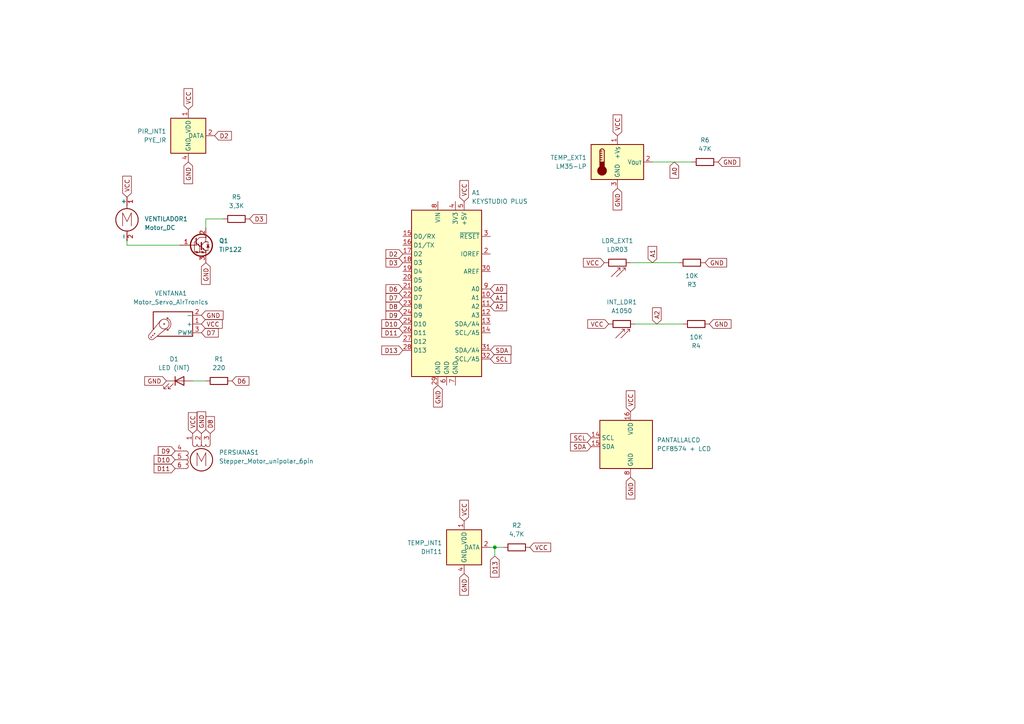
<source format=kicad_sch>
(kicad_sch
	(version 20231120)
	(generator "eeschema")
	(generator_version "8.0")
	(uuid "c0caa2f3-b2f3-4e9d-a3f3-a51639580659")
	(paper "A4")
	(lib_symbols
		(symbol "Device:LED"
			(pin_numbers hide)
			(pin_names
				(offset 1.016) hide)
			(exclude_from_sim no)
			(in_bom yes)
			(on_board yes)
			(property "Reference" "D"
				(at 0 2.54 0)
				(effects
					(font
						(size 1.27 1.27)
					)
				)
			)
			(property "Value" "LED"
				(at 0 -2.54 0)
				(effects
					(font
						(size 1.27 1.27)
					)
				)
			)
			(property "Footprint" ""
				(at 0 0 0)
				(effects
					(font
						(size 1.27 1.27)
					)
					(hide yes)
				)
			)
			(property "Datasheet" "~"
				(at 0 0 0)
				(effects
					(font
						(size 1.27 1.27)
					)
					(hide yes)
				)
			)
			(property "Description" "Light emitting diode"
				(at 0 0 0)
				(effects
					(font
						(size 1.27 1.27)
					)
					(hide yes)
				)
			)
			(property "ki_keywords" "LED diode"
				(at 0 0 0)
				(effects
					(font
						(size 1.27 1.27)
					)
					(hide yes)
				)
			)
			(property "ki_fp_filters" "LED* LED_SMD:* LED_THT:*"
				(at 0 0 0)
				(effects
					(font
						(size 1.27 1.27)
					)
					(hide yes)
				)
			)
			(symbol "LED_0_1"
				(polyline
					(pts
						(xy -1.27 -1.27) (xy -1.27 1.27)
					)
					(stroke
						(width 0.254)
						(type default)
					)
					(fill
						(type none)
					)
				)
				(polyline
					(pts
						(xy -1.27 0) (xy 1.27 0)
					)
					(stroke
						(width 0)
						(type default)
					)
					(fill
						(type none)
					)
				)
				(polyline
					(pts
						(xy 1.27 -1.27) (xy 1.27 1.27) (xy -1.27 0) (xy 1.27 -1.27)
					)
					(stroke
						(width 0.254)
						(type default)
					)
					(fill
						(type none)
					)
				)
				(polyline
					(pts
						(xy -3.048 -0.762) (xy -4.572 -2.286) (xy -3.81 -2.286) (xy -4.572 -2.286) (xy -4.572 -1.524)
					)
					(stroke
						(width 0)
						(type default)
					)
					(fill
						(type none)
					)
				)
				(polyline
					(pts
						(xy -1.778 -0.762) (xy -3.302 -2.286) (xy -2.54 -2.286) (xy -3.302 -2.286) (xy -3.302 -1.524)
					)
					(stroke
						(width 0)
						(type default)
					)
					(fill
						(type none)
					)
				)
			)
			(symbol "LED_1_1"
				(pin passive line
					(at -3.81 0 0)
					(length 2.54)
					(name "K"
						(effects
							(font
								(size 1.27 1.27)
							)
						)
					)
					(number "1"
						(effects
							(font
								(size 1.27 1.27)
							)
						)
					)
				)
				(pin passive line
					(at 3.81 0 180)
					(length 2.54)
					(name "A"
						(effects
							(font
								(size 1.27 1.27)
							)
						)
					)
					(number "2"
						(effects
							(font
								(size 1.27 1.27)
							)
						)
					)
				)
			)
		)
		(symbol "Device:R"
			(pin_numbers hide)
			(pin_names
				(offset 0)
			)
			(exclude_from_sim no)
			(in_bom yes)
			(on_board yes)
			(property "Reference" "R"
				(at 2.032 0 90)
				(effects
					(font
						(size 1.27 1.27)
					)
				)
			)
			(property "Value" "R"
				(at 0 0 90)
				(effects
					(font
						(size 1.27 1.27)
					)
				)
			)
			(property "Footprint" ""
				(at -1.778 0 90)
				(effects
					(font
						(size 1.27 1.27)
					)
					(hide yes)
				)
			)
			(property "Datasheet" "~"
				(at 0 0 0)
				(effects
					(font
						(size 1.27 1.27)
					)
					(hide yes)
				)
			)
			(property "Description" "Resistor"
				(at 0 0 0)
				(effects
					(font
						(size 1.27 1.27)
					)
					(hide yes)
				)
			)
			(property "ki_keywords" "R res resistor"
				(at 0 0 0)
				(effects
					(font
						(size 1.27 1.27)
					)
					(hide yes)
				)
			)
			(property "ki_fp_filters" "R_*"
				(at 0 0 0)
				(effects
					(font
						(size 1.27 1.27)
					)
					(hide yes)
				)
			)
			(symbol "R_0_1"
				(rectangle
					(start -1.016 -2.54)
					(end 1.016 2.54)
					(stroke
						(width 0.254)
						(type default)
					)
					(fill
						(type none)
					)
				)
			)
			(symbol "R_1_1"
				(pin passive line
					(at 0 3.81 270)
					(length 1.27)
					(name "~"
						(effects
							(font
								(size 1.27 1.27)
							)
						)
					)
					(number "1"
						(effects
							(font
								(size 1.27 1.27)
							)
						)
					)
				)
				(pin passive line
					(at 0 -3.81 90)
					(length 1.27)
					(name "~"
						(effects
							(font
								(size 1.27 1.27)
							)
						)
					)
					(number "2"
						(effects
							(font
								(size 1.27 1.27)
							)
						)
					)
				)
			)
		)
		(symbol "MCU_Module:Arduino_UNO_R3"
			(exclude_from_sim no)
			(in_bom yes)
			(on_board yes)
			(property "Reference" "A"
				(at -10.16 23.495 0)
				(effects
					(font
						(size 1.27 1.27)
					)
					(justify left bottom)
				)
			)
			(property "Value" "Arduino_UNO_R3"
				(at 5.08 -26.67 0)
				(effects
					(font
						(size 1.27 1.27)
					)
					(justify left top)
				)
			)
			(property "Footprint" "Module:Arduino_UNO_R3"
				(at 0 0 0)
				(effects
					(font
						(size 1.27 1.27)
						(italic yes)
					)
					(hide yes)
				)
			)
			(property "Datasheet" "https://www.arduino.cc/en/Main/arduinoBoardUno"
				(at 0 0 0)
				(effects
					(font
						(size 1.27 1.27)
					)
					(hide yes)
				)
			)
			(property "Description" "Arduino UNO Microcontroller Module, release 3"
				(at 0 0 0)
				(effects
					(font
						(size 1.27 1.27)
					)
					(hide yes)
				)
			)
			(property "ki_keywords" "Arduino UNO R3 Microcontroller Module Atmel AVR USB"
				(at 0 0 0)
				(effects
					(font
						(size 1.27 1.27)
					)
					(hide yes)
				)
			)
			(property "ki_fp_filters" "Arduino*UNO*R3*"
				(at 0 0 0)
				(effects
					(font
						(size 1.27 1.27)
					)
					(hide yes)
				)
			)
			(symbol "Arduino_UNO_R3_0_1"
				(rectangle
					(start -10.16 22.86)
					(end 10.16 -25.4)
					(stroke
						(width 0.254)
						(type default)
					)
					(fill
						(type background)
					)
				)
			)
			(symbol "Arduino_UNO_R3_1_1"
				(pin no_connect line
					(at -10.16 -20.32 0)
					(length 2.54) hide
					(name "NC"
						(effects
							(font
								(size 1.27 1.27)
							)
						)
					)
					(number "1"
						(effects
							(font
								(size 1.27 1.27)
							)
						)
					)
				)
				(pin bidirectional line
					(at 12.7 -2.54 180)
					(length 2.54)
					(name "A1"
						(effects
							(font
								(size 1.27 1.27)
							)
						)
					)
					(number "10"
						(effects
							(font
								(size 1.27 1.27)
							)
						)
					)
				)
				(pin bidirectional line
					(at 12.7 -5.08 180)
					(length 2.54)
					(name "A2"
						(effects
							(font
								(size 1.27 1.27)
							)
						)
					)
					(number "11"
						(effects
							(font
								(size 1.27 1.27)
							)
						)
					)
				)
				(pin bidirectional line
					(at 12.7 -7.62 180)
					(length 2.54)
					(name "A3"
						(effects
							(font
								(size 1.27 1.27)
							)
						)
					)
					(number "12"
						(effects
							(font
								(size 1.27 1.27)
							)
						)
					)
				)
				(pin bidirectional line
					(at 12.7 -10.16 180)
					(length 2.54)
					(name "SDA/A4"
						(effects
							(font
								(size 1.27 1.27)
							)
						)
					)
					(number "13"
						(effects
							(font
								(size 1.27 1.27)
							)
						)
					)
				)
				(pin bidirectional line
					(at 12.7 -12.7 180)
					(length 2.54)
					(name "SCL/A5"
						(effects
							(font
								(size 1.27 1.27)
							)
						)
					)
					(number "14"
						(effects
							(font
								(size 1.27 1.27)
							)
						)
					)
				)
				(pin bidirectional line
					(at -12.7 15.24 0)
					(length 2.54)
					(name "D0/RX"
						(effects
							(font
								(size 1.27 1.27)
							)
						)
					)
					(number "15"
						(effects
							(font
								(size 1.27 1.27)
							)
						)
					)
				)
				(pin bidirectional line
					(at -12.7 12.7 0)
					(length 2.54)
					(name "D1/TX"
						(effects
							(font
								(size 1.27 1.27)
							)
						)
					)
					(number "16"
						(effects
							(font
								(size 1.27 1.27)
							)
						)
					)
				)
				(pin bidirectional line
					(at -12.7 10.16 0)
					(length 2.54)
					(name "D2"
						(effects
							(font
								(size 1.27 1.27)
							)
						)
					)
					(number "17"
						(effects
							(font
								(size 1.27 1.27)
							)
						)
					)
				)
				(pin bidirectional line
					(at -12.7 7.62 0)
					(length 2.54)
					(name "D3"
						(effects
							(font
								(size 1.27 1.27)
							)
						)
					)
					(number "18"
						(effects
							(font
								(size 1.27 1.27)
							)
						)
					)
				)
				(pin bidirectional line
					(at -12.7 5.08 0)
					(length 2.54)
					(name "D4"
						(effects
							(font
								(size 1.27 1.27)
							)
						)
					)
					(number "19"
						(effects
							(font
								(size 1.27 1.27)
							)
						)
					)
				)
				(pin output line
					(at 12.7 10.16 180)
					(length 2.54)
					(name "IOREF"
						(effects
							(font
								(size 1.27 1.27)
							)
						)
					)
					(number "2"
						(effects
							(font
								(size 1.27 1.27)
							)
						)
					)
				)
				(pin bidirectional line
					(at -12.7 2.54 0)
					(length 2.54)
					(name "D5"
						(effects
							(font
								(size 1.27 1.27)
							)
						)
					)
					(number "20"
						(effects
							(font
								(size 1.27 1.27)
							)
						)
					)
				)
				(pin bidirectional line
					(at -12.7 0 0)
					(length 2.54)
					(name "D6"
						(effects
							(font
								(size 1.27 1.27)
							)
						)
					)
					(number "21"
						(effects
							(font
								(size 1.27 1.27)
							)
						)
					)
				)
				(pin bidirectional line
					(at -12.7 -2.54 0)
					(length 2.54)
					(name "D7"
						(effects
							(font
								(size 1.27 1.27)
							)
						)
					)
					(number "22"
						(effects
							(font
								(size 1.27 1.27)
							)
						)
					)
				)
				(pin bidirectional line
					(at -12.7 -5.08 0)
					(length 2.54)
					(name "D8"
						(effects
							(font
								(size 1.27 1.27)
							)
						)
					)
					(number "23"
						(effects
							(font
								(size 1.27 1.27)
							)
						)
					)
				)
				(pin bidirectional line
					(at -12.7 -7.62 0)
					(length 2.54)
					(name "D9"
						(effects
							(font
								(size 1.27 1.27)
							)
						)
					)
					(number "24"
						(effects
							(font
								(size 1.27 1.27)
							)
						)
					)
				)
				(pin bidirectional line
					(at -12.7 -10.16 0)
					(length 2.54)
					(name "D10"
						(effects
							(font
								(size 1.27 1.27)
							)
						)
					)
					(number "25"
						(effects
							(font
								(size 1.27 1.27)
							)
						)
					)
				)
				(pin bidirectional line
					(at -12.7 -12.7 0)
					(length 2.54)
					(name "D11"
						(effects
							(font
								(size 1.27 1.27)
							)
						)
					)
					(number "26"
						(effects
							(font
								(size 1.27 1.27)
							)
						)
					)
				)
				(pin bidirectional line
					(at -12.7 -15.24 0)
					(length 2.54)
					(name "D12"
						(effects
							(font
								(size 1.27 1.27)
							)
						)
					)
					(number "27"
						(effects
							(font
								(size 1.27 1.27)
							)
						)
					)
				)
				(pin bidirectional line
					(at -12.7 -17.78 0)
					(length 2.54)
					(name "D13"
						(effects
							(font
								(size 1.27 1.27)
							)
						)
					)
					(number "28"
						(effects
							(font
								(size 1.27 1.27)
							)
						)
					)
				)
				(pin power_in line
					(at -2.54 -27.94 90)
					(length 2.54)
					(name "GND"
						(effects
							(font
								(size 1.27 1.27)
							)
						)
					)
					(number "29"
						(effects
							(font
								(size 1.27 1.27)
							)
						)
					)
				)
				(pin input line
					(at 12.7 15.24 180)
					(length 2.54)
					(name "~{RESET}"
						(effects
							(font
								(size 1.27 1.27)
							)
						)
					)
					(number "3"
						(effects
							(font
								(size 1.27 1.27)
							)
						)
					)
				)
				(pin input line
					(at 12.7 5.08 180)
					(length 2.54)
					(name "AREF"
						(effects
							(font
								(size 1.27 1.27)
							)
						)
					)
					(number "30"
						(effects
							(font
								(size 1.27 1.27)
							)
						)
					)
				)
				(pin bidirectional line
					(at 12.7 -17.78 180)
					(length 2.54)
					(name "SDA/A4"
						(effects
							(font
								(size 1.27 1.27)
							)
						)
					)
					(number "31"
						(effects
							(font
								(size 1.27 1.27)
							)
						)
					)
				)
				(pin bidirectional line
					(at 12.7 -20.32 180)
					(length 2.54)
					(name "SCL/A5"
						(effects
							(font
								(size 1.27 1.27)
							)
						)
					)
					(number "32"
						(effects
							(font
								(size 1.27 1.27)
							)
						)
					)
				)
				(pin power_out line
					(at 2.54 25.4 270)
					(length 2.54)
					(name "3V3"
						(effects
							(font
								(size 1.27 1.27)
							)
						)
					)
					(number "4"
						(effects
							(font
								(size 1.27 1.27)
							)
						)
					)
				)
				(pin power_out line
					(at 5.08 25.4 270)
					(length 2.54)
					(name "+5V"
						(effects
							(font
								(size 1.27 1.27)
							)
						)
					)
					(number "5"
						(effects
							(font
								(size 1.27 1.27)
							)
						)
					)
				)
				(pin power_in line
					(at 0 -27.94 90)
					(length 2.54)
					(name "GND"
						(effects
							(font
								(size 1.27 1.27)
							)
						)
					)
					(number "6"
						(effects
							(font
								(size 1.27 1.27)
							)
						)
					)
				)
				(pin power_in line
					(at 2.54 -27.94 90)
					(length 2.54)
					(name "GND"
						(effects
							(font
								(size 1.27 1.27)
							)
						)
					)
					(number "7"
						(effects
							(font
								(size 1.27 1.27)
							)
						)
					)
				)
				(pin power_in line
					(at -2.54 25.4 270)
					(length 2.54)
					(name "VIN"
						(effects
							(font
								(size 1.27 1.27)
							)
						)
					)
					(number "8"
						(effects
							(font
								(size 1.27 1.27)
							)
						)
					)
				)
				(pin bidirectional line
					(at 12.7 0 180)
					(length 2.54)
					(name "A0"
						(effects
							(font
								(size 1.27 1.27)
							)
						)
					)
					(number "9"
						(effects
							(font
								(size 1.27 1.27)
							)
						)
					)
				)
			)
		)
		(symbol "Motor:Motor_DC"
			(pin_names
				(offset 0)
			)
			(exclude_from_sim no)
			(in_bom yes)
			(on_board yes)
			(property "Reference" "M"
				(at 2.54 2.54 0)
				(effects
					(font
						(size 1.27 1.27)
					)
					(justify left)
				)
			)
			(property "Value" "Motor_DC"
				(at 2.54 -5.08 0)
				(effects
					(font
						(size 1.27 1.27)
					)
					(justify left top)
				)
			)
			(property "Footprint" ""
				(at 0 -2.286 0)
				(effects
					(font
						(size 1.27 1.27)
					)
					(hide yes)
				)
			)
			(property "Datasheet" "~"
				(at 0 -2.286 0)
				(effects
					(font
						(size 1.27 1.27)
					)
					(hide yes)
				)
			)
			(property "Description" "DC Motor"
				(at 0 0 0)
				(effects
					(font
						(size 1.27 1.27)
					)
					(hide yes)
				)
			)
			(property "ki_keywords" "DC Motor"
				(at 0 0 0)
				(effects
					(font
						(size 1.27 1.27)
					)
					(hide yes)
				)
			)
			(property "ki_fp_filters" "PinHeader*P2.54mm* TerminalBlock*"
				(at 0 0 0)
				(effects
					(font
						(size 1.27 1.27)
					)
					(hide yes)
				)
			)
			(symbol "Motor_DC_0_0"
				(polyline
					(pts
						(xy -1.27 -3.302) (xy -1.27 0.508) (xy 0 -2.032) (xy 1.27 0.508) (xy 1.27 -3.302)
					)
					(stroke
						(width 0)
						(type default)
					)
					(fill
						(type none)
					)
				)
			)
			(symbol "Motor_DC_0_1"
				(circle
					(center 0 -1.524)
					(radius 3.2512)
					(stroke
						(width 0.254)
						(type default)
					)
					(fill
						(type none)
					)
				)
				(polyline
					(pts
						(xy 0 -7.62) (xy 0 -7.112)
					)
					(stroke
						(width 0)
						(type default)
					)
					(fill
						(type none)
					)
				)
				(polyline
					(pts
						(xy 0 -4.7752) (xy 0 -5.1816)
					)
					(stroke
						(width 0)
						(type default)
					)
					(fill
						(type none)
					)
				)
				(polyline
					(pts
						(xy 0 1.7272) (xy 0 2.0828)
					)
					(stroke
						(width 0)
						(type default)
					)
					(fill
						(type none)
					)
				)
				(polyline
					(pts
						(xy 0 2.032) (xy 0 2.54)
					)
					(stroke
						(width 0)
						(type default)
					)
					(fill
						(type none)
					)
				)
			)
			(symbol "Motor_DC_1_1"
				(pin passive line
					(at 0 5.08 270)
					(length 2.54)
					(name "+"
						(effects
							(font
								(size 1.27 1.27)
							)
						)
					)
					(number "1"
						(effects
							(font
								(size 1.27 1.27)
							)
						)
					)
				)
				(pin passive line
					(at 0 -7.62 90)
					(length 2.54)
					(name "-"
						(effects
							(font
								(size 1.27 1.27)
							)
						)
					)
					(number "2"
						(effects
							(font
								(size 1.27 1.27)
							)
						)
					)
				)
			)
		)
		(symbol "Motor:Motor_Servo_AirTronics"
			(pin_names
				(offset 0.0254)
			)
			(exclude_from_sim no)
			(in_bom yes)
			(on_board yes)
			(property "Reference" "M"
				(at -5.08 4.445 0)
				(effects
					(font
						(size 1.27 1.27)
					)
					(justify left)
				)
			)
			(property "Value" "Motor_Servo_AirTronics"
				(at -5.08 -4.064 0)
				(effects
					(font
						(size 1.27 1.27)
					)
					(justify left top)
				)
			)
			(property "Footprint" ""
				(at 0 -4.826 0)
				(effects
					(font
						(size 1.27 1.27)
					)
					(hide yes)
				)
			)
			(property "Datasheet" "http://forums.parallax.com/uploads/attachments/46831/74481.png"
				(at 0 -4.826 0)
				(effects
					(font
						(size 1.27 1.27)
					)
					(hide yes)
				)
			)
			(property "Description" "Servo Motor (AirTronics connector)"
				(at 0 0 0)
				(effects
					(font
						(size 1.27 1.27)
					)
					(hide yes)
				)
			)
			(property "ki_keywords" "Servo Motor"
				(at 0 0 0)
				(effects
					(font
						(size 1.27 1.27)
					)
					(hide yes)
				)
			)
			(property "ki_fp_filters" "PinHeader*P2.54mm*"
				(at 0 0 0)
				(effects
					(font
						(size 1.27 1.27)
					)
					(hide yes)
				)
			)
			(symbol "Motor_Servo_AirTronics_0_1"
				(polyline
					(pts
						(xy 2.413 -1.778) (xy 2.032 -1.778)
					)
					(stroke
						(width 0)
						(type default)
					)
					(fill
						(type none)
					)
				)
				(polyline
					(pts
						(xy 2.413 -1.778) (xy 2.286 -1.397)
					)
					(stroke
						(width 0)
						(type default)
					)
					(fill
						(type none)
					)
				)
				(polyline
					(pts
						(xy 2.413 1.778) (xy 1.905 1.778)
					)
					(stroke
						(width 0)
						(type default)
					)
					(fill
						(type none)
					)
				)
				(polyline
					(pts
						(xy 2.413 1.778) (xy 2.286 1.397)
					)
					(stroke
						(width 0)
						(type default)
					)
					(fill
						(type none)
					)
				)
				(polyline
					(pts
						(xy 6.35 4.445) (xy 2.54 1.27)
					)
					(stroke
						(width 0)
						(type default)
					)
					(fill
						(type none)
					)
				)
				(polyline
					(pts
						(xy 7.62 3.175) (xy 4.191 -1.016)
					)
					(stroke
						(width 0)
						(type default)
					)
					(fill
						(type none)
					)
				)
				(polyline
					(pts
						(xy 6.35 1.524) (xy 6.35 -3.556) (xy -5.08 -3.556) (xy -5.08 3.556) (xy 5.08 3.556)
					)
					(stroke
						(width 0.254)
						(type default)
					)
					(fill
						(type none)
					)
				)
				(arc
					(start 2.413 1.778)
					(mid 1.2406 0)
					(end 2.413 -1.778)
					(stroke
						(width 0)
						(type default)
					)
					(fill
						(type none)
					)
				)
				(circle
					(center 3.175 0)
					(radius 0.1778)
					(stroke
						(width 0)
						(type default)
					)
					(fill
						(type none)
					)
				)
				(circle
					(center 3.175 0)
					(radius 1.4224)
					(stroke
						(width 0)
						(type default)
					)
					(fill
						(type none)
					)
				)
				(circle
					(center 5.969 2.794)
					(radius 0.127)
					(stroke
						(width 0)
						(type default)
					)
					(fill
						(type none)
					)
				)
				(circle
					(center 6.477 3.302)
					(radius 0.127)
					(stroke
						(width 0)
						(type default)
					)
					(fill
						(type none)
					)
				)
				(circle
					(center 6.985 3.81)
					(radius 0.127)
					(stroke
						(width 0)
						(type default)
					)
					(fill
						(type none)
					)
				)
				(arc
					(start 7.62 3.175)
					(mid 7.4485 4.2735)
					(end 6.35 4.445)
					(stroke
						(width 0)
						(type default)
					)
					(fill
						(type none)
					)
				)
			)
			(symbol "Motor_Servo_AirTronics_1_1"
				(pin passive line
					(at -7.62 0 0)
					(length 2.54)
					(name "+"
						(effects
							(font
								(size 1.27 1.27)
							)
						)
					)
					(number "1"
						(effects
							(font
								(size 1.27 1.27)
							)
						)
					)
				)
				(pin passive line
					(at -7.62 -2.54 0)
					(length 2.54)
					(name "-"
						(effects
							(font
								(size 1.27 1.27)
							)
						)
					)
					(number "2"
						(effects
							(font
								(size 1.27 1.27)
							)
						)
					)
				)
				(pin passive line
					(at -7.62 2.54 0)
					(length 2.54)
					(name "PWM"
						(effects
							(font
								(size 1.27 1.27)
							)
						)
					)
					(number "3"
						(effects
							(font
								(size 1.27 1.27)
							)
						)
					)
				)
			)
		)
		(symbol "Motor:Stepper_Motor_unipolar_6pin"
			(pin_names
				(offset 0) hide)
			(exclude_from_sim no)
			(in_bom yes)
			(on_board yes)
			(property "Reference" "M"
				(at 3.81 2.54 0)
				(effects
					(font
						(size 1.27 1.27)
					)
					(justify left)
				)
			)
			(property "Value" "Stepper_Motor_unipolar_6pin"
				(at 3.81 1.27 0)
				(effects
					(font
						(size 1.27 1.27)
					)
					(justify left top)
				)
			)
			(property "Footprint" ""
				(at 0.254 -0.254 0)
				(effects
					(font
						(size 1.27 1.27)
					)
					(hide yes)
				)
			)
			(property "Datasheet" "http://www.infineon.com/dgdl/Application-Note-TLE8110EE_driving_UniPolarStepperMotor_V1.1.pdf?fileId=db3a30431be39b97011be5d0aa0a00b0"
				(at 0.254 -0.254 0)
				(effects
					(font
						(size 1.27 1.27)
					)
					(hide yes)
				)
			)
			(property "Description" "6-wire unipolar stepper motor"
				(at 0 0 0)
				(effects
					(font
						(size 1.27 1.27)
					)
					(hide yes)
				)
			)
			(property "ki_keywords" "unipolar stepper motor"
				(at 0 0 0)
				(effects
					(font
						(size 1.27 1.27)
					)
					(hide yes)
				)
			)
			(property "ki_fp_filters" "PinHeader*P2.54mm* TerminalBlock*"
				(at 0 0 0)
				(effects
					(font
						(size 1.27 1.27)
					)
					(hide yes)
				)
			)
			(symbol "Stepper_Motor_unipolar_6pin_0_0"
				(polyline
					(pts
						(xy -1.27 -1.778) (xy -1.27 2.032) (xy 0 -0.508) (xy 1.27 2.032) (xy 1.27 -1.778)
					)
					(stroke
						(width 0)
						(type default)
					)
					(fill
						(type none)
					)
				)
			)
			(symbol "Stepper_Motor_unipolar_6pin_0_1"
				(arc
					(start -4.445 -2.54)
					(mid -3.8127 -1.905)
					(end -4.445 -1.27)
					(stroke
						(width 0)
						(type default)
					)
					(fill
						(type none)
					)
				)
				(arc
					(start -4.445 -1.27)
					(mid -3.8127 -0.635)
					(end -4.445 0)
					(stroke
						(width 0)
						(type default)
					)
					(fill
						(type none)
					)
				)
				(arc
					(start -4.445 0)
					(mid -3.8127 0.635)
					(end -4.445 1.27)
					(stroke
						(width 0)
						(type default)
					)
					(fill
						(type none)
					)
				)
				(arc
					(start -4.445 1.27)
					(mid -3.8127 1.905)
					(end -4.445 2.54)
					(stroke
						(width 0)
						(type default)
					)
					(fill
						(type none)
					)
				)
				(arc
					(start -2.54 4.445)
					(mid -1.905 3.8127)
					(end -1.27 4.445)
					(stroke
						(width 0)
						(type default)
					)
					(fill
						(type none)
					)
				)
				(arc
					(start -1.27 4.445)
					(mid -0.635 3.8127)
					(end 0 4.445)
					(stroke
						(width 0)
						(type default)
					)
					(fill
						(type none)
					)
				)
				(polyline
					(pts
						(xy -5.08 -2.54) (xy -4.445 -2.54)
					)
					(stroke
						(width 0)
						(type default)
					)
					(fill
						(type none)
					)
				)
				(polyline
					(pts
						(xy -5.08 2.54) (xy -4.445 2.54)
					)
					(stroke
						(width 0)
						(type default)
					)
					(fill
						(type none)
					)
				)
				(polyline
					(pts
						(xy -4.445 0) (xy -5.08 0)
					)
					(stroke
						(width 0)
						(type default)
					)
					(fill
						(type none)
					)
				)
				(polyline
					(pts
						(xy -2.54 4.445) (xy -2.54 5.08)
					)
					(stroke
						(width 0)
						(type default)
					)
					(fill
						(type none)
					)
				)
				(polyline
					(pts
						(xy 0 4.445) (xy 0 5.08)
					)
					(stroke
						(width 0)
						(type default)
					)
					(fill
						(type none)
					)
				)
				(polyline
					(pts
						(xy 2.54 4.445) (xy 2.54 5.08)
					)
					(stroke
						(width 0)
						(type default)
					)
					(fill
						(type none)
					)
				)
				(circle
					(center 0 0)
					(radius 3.2512)
					(stroke
						(width 0.254)
						(type default)
					)
					(fill
						(type none)
					)
				)
				(arc
					(start 0 4.445)
					(mid 0.635 3.8127)
					(end 1.27 4.445)
					(stroke
						(width 0)
						(type default)
					)
					(fill
						(type none)
					)
				)
				(arc
					(start 1.27 4.445)
					(mid 1.905 3.8127)
					(end 2.54 4.445)
					(stroke
						(width 0)
						(type default)
					)
					(fill
						(type none)
					)
				)
			)
			(symbol "Stepper_Motor_unipolar_6pin_1_1"
				(pin passive line
					(at -2.54 7.62 270)
					(length 2.54)
					(name "~"
						(effects
							(font
								(size 1.27 1.27)
							)
						)
					)
					(number "1"
						(effects
							(font
								(size 1.27 1.27)
							)
						)
					)
				)
				(pin passive line
					(at 0 7.62 270)
					(length 2.54)
					(name "~"
						(effects
							(font
								(size 1.27 1.27)
							)
						)
					)
					(number "2"
						(effects
							(font
								(size 1.27 1.27)
							)
						)
					)
				)
				(pin passive line
					(at 2.54 7.62 270)
					(length 2.54)
					(name "-"
						(effects
							(font
								(size 1.27 1.27)
							)
						)
					)
					(number "3"
						(effects
							(font
								(size 1.27 1.27)
							)
						)
					)
				)
				(pin passive line
					(at -7.62 2.54 0)
					(length 2.54)
					(name "~"
						(effects
							(font
								(size 1.27 1.27)
							)
						)
					)
					(number "4"
						(effects
							(font
								(size 1.27 1.27)
							)
						)
					)
				)
				(pin passive line
					(at -7.62 0 0)
					(length 2.54)
					(name "~"
						(effects
							(font
								(size 1.27 1.27)
							)
						)
					)
					(number "5"
						(effects
							(font
								(size 1.27 1.27)
							)
						)
					)
				)
				(pin passive line
					(at -7.62 -2.54 0)
					(length 2.54)
					(name "~"
						(effects
							(font
								(size 1.27 1.27)
							)
						)
					)
					(number "6"
						(effects
							(font
								(size 1.27 1.27)
							)
						)
					)
				)
			)
		)
		(symbol "New_Library:PCF8574"
			(exclude_from_sim no)
			(in_bom yes)
			(on_board yes)
			(property "Reference" "U"
				(at -8.89 16.51 0)
				(effects
					(font
						(size 1.27 1.27)
					)
					(justify left)
				)
			)
			(property "Value" "PCF8574 + LCD"
				(at 1.27 16.51 0)
				(effects
					(font
						(size 1.27 1.27)
					)
					(justify left)
				)
			)
			(property "Footprint" "Display:LCD-016N002L"
				(at 0 0 0)
				(effects
					(font
						(size 1.27 1.27)
					)
					(hide yes)
				)
			)
			(property "Datasheet" ""
				(at 0 0 0)
				(effects
					(font
						(size 1.27 1.27)
					)
					(hide yes)
				)
			)
			(property "Description" ""
				(at 0 0 0)
				(effects
					(font
						(size 1.27 1.27)
					)
					(hide yes)
				)
			)
			(property "ki_keywords" "I2C Expander"
				(at 0 0 0)
				(effects
					(font
						(size 1.27 1.27)
					)
					(hide yes)
				)
			)
			(property "ki_fp_filters" "DIP*W7.62mm* SOIC*7.5x10.3mm*P1.27mm*"
				(at 0 0 0)
				(effects
					(font
						(size 1.27 1.27)
					)
					(hide yes)
				)
			)
			(symbol "PCF8574_0_1"
				(rectangle
					(start -10.16 15.24)
					(end 5.08 1.27)
					(stroke
						(width 0.254)
						(type default)
					)
					(fill
						(type background)
					)
				)
			)
			(symbol "PCF8574_1_1"
				(pin input line
					(at -12.7 10.16 0)
					(length 2.54)
					(name "SCL"
						(effects
							(font
								(size 1.27 1.27)
							)
						)
					)
					(number "14"
						(effects
							(font
								(size 1.27 1.27)
							)
						)
					)
				)
				(pin bidirectional line
					(at -12.7 7.62 0)
					(length 2.54)
					(name "SDA"
						(effects
							(font
								(size 1.27 1.27)
							)
						)
					)
					(number "15"
						(effects
							(font
								(size 1.27 1.27)
							)
						)
					)
				)
				(pin power_in line
					(at -1.27 17.78 270)
					(length 2.54)
					(name "VDD"
						(effects
							(font
								(size 1.27 1.27)
							)
						)
					)
					(number "16"
						(effects
							(font
								(size 1.27 1.27)
							)
						)
					)
				)
				(pin output line
					(at -1.27 -1.27 90)
					(length 2.54)
					(name "GND"
						(effects
							(font
								(size 1.27 1.27)
							)
						)
					)
					(number "8"
						(effects
							(font
								(size 1.27 1.27)
							)
						)
					)
				)
			)
		)
		(symbol "Sensor:DHT11"
			(exclude_from_sim no)
			(in_bom yes)
			(on_board yes)
			(property "Reference" "U"
				(at -3.81 6.35 0)
				(effects
					(font
						(size 1.27 1.27)
					)
				)
			)
			(property "Value" "DHT11"
				(at 3.81 6.35 0)
				(effects
					(font
						(size 1.27 1.27)
					)
				)
			)
			(property "Footprint" "Sensor:Aosong_DHT11_5.5x12.0_P2.54mm"
				(at 0 -10.16 0)
				(effects
					(font
						(size 1.27 1.27)
					)
					(hide yes)
				)
			)
			(property "Datasheet" "http://akizukidenshi.com/download/ds/aosong/DHT11.pdf"
				(at 3.81 6.35 0)
				(effects
					(font
						(size 1.27 1.27)
					)
					(hide yes)
				)
			)
			(property "Description" "3.3V to 5.5V, temperature and humidity module, DHT11"
				(at 0 0 0)
				(effects
					(font
						(size 1.27 1.27)
					)
					(hide yes)
				)
			)
			(property "ki_keywords" "digital sensor"
				(at 0 0 0)
				(effects
					(font
						(size 1.27 1.27)
					)
					(hide yes)
				)
			)
			(property "ki_fp_filters" "Aosong*DHT11*5.5x12.0*P2.54mm*"
				(at 0 0 0)
				(effects
					(font
						(size 1.27 1.27)
					)
					(hide yes)
				)
			)
			(symbol "DHT11_0_1"
				(rectangle
					(start -5.08 5.08)
					(end 5.08 -5.08)
					(stroke
						(width 0.254)
						(type default)
					)
					(fill
						(type background)
					)
				)
			)
			(symbol "DHT11_1_1"
				(pin power_in line
					(at 0 7.62 270)
					(length 2.54)
					(name "VDD"
						(effects
							(font
								(size 1.27 1.27)
							)
						)
					)
					(number "1"
						(effects
							(font
								(size 1.27 1.27)
							)
						)
					)
				)
				(pin bidirectional line
					(at 7.62 0 180)
					(length 2.54)
					(name "DATA"
						(effects
							(font
								(size 1.27 1.27)
							)
						)
					)
					(number "2"
						(effects
							(font
								(size 1.27 1.27)
							)
						)
					)
				)
				(pin no_connect line
					(at -5.08 0 0)
					(length 2.54) hide
					(name "NC"
						(effects
							(font
								(size 1.27 1.27)
							)
						)
					)
					(number "3"
						(effects
							(font
								(size 1.27 1.27)
							)
						)
					)
				)
				(pin power_in line
					(at 0 -7.62 90)
					(length 2.54)
					(name "GND"
						(effects
							(font
								(size 1.27 1.27)
							)
						)
					)
					(number "4"
						(effects
							(font
								(size 1.27 1.27)
							)
						)
					)
				)
			)
		)
		(symbol "Sensor_Optical:A1050"
			(pin_numbers hide)
			(pin_names
				(offset 0)
			)
			(exclude_from_sim no)
			(in_bom yes)
			(on_board yes)
			(property "Reference" "R"
				(at -5.08 0 90)
				(effects
					(font
						(size 1.27 1.27)
					)
				)
			)
			(property "Value" "A1050"
				(at 1.905 0 90)
				(effects
					(font
						(size 1.27 1.27)
					)
					(justify top)
				)
			)
			(property "Footprint" "OptoDevice:R_LDR_D6.4mm_P3.4mm_Vertical"
				(at 4.445 0 90)
				(effects
					(font
						(size 1.27 1.27)
					)
					(hide yes)
				)
			)
			(property "Datasheet" "http://cdn-reichelt.de/documents/datenblatt/A500/A106012.pdf"
				(at 0 -1.27 0)
				(effects
					(font
						(size 1.27 1.27)
					)
					(hide yes)
				)
			)
			(property "Description" "light dependent resistor"
				(at 0 0 0)
				(effects
					(font
						(size 1.27 1.27)
					)
					(hide yes)
				)
			)
			(property "ki_keywords" "light dependent photo resistor LDR"
				(at 0 0 0)
				(effects
					(font
						(size 1.27 1.27)
					)
					(hide yes)
				)
			)
			(property "ki_fp_filters" "R*LDR*D6.4*P3.4*"
				(at 0 0 0)
				(effects
					(font
						(size 1.27 1.27)
					)
					(hide yes)
				)
			)
			(symbol "A1050_0_1"
				(rectangle
					(start -1.016 2.54)
					(end 1.016 -2.54)
					(stroke
						(width 0.254)
						(type default)
					)
					(fill
						(type none)
					)
				)
				(polyline
					(pts
						(xy -1.524 -2.286) (xy -4.064 0.254)
					)
					(stroke
						(width 0)
						(type default)
					)
					(fill
						(type none)
					)
				)
				(polyline
					(pts
						(xy -1.524 -2.286) (xy -2.286 -2.286)
					)
					(stroke
						(width 0)
						(type default)
					)
					(fill
						(type none)
					)
				)
				(polyline
					(pts
						(xy -1.524 -2.286) (xy -1.524 -1.524)
					)
					(stroke
						(width 0)
						(type default)
					)
					(fill
						(type none)
					)
				)
				(polyline
					(pts
						(xy -1.524 -0.762) (xy -4.064 1.778)
					)
					(stroke
						(width 0)
						(type default)
					)
					(fill
						(type none)
					)
				)
				(polyline
					(pts
						(xy -1.524 -0.762) (xy -2.286 -0.762)
					)
					(stroke
						(width 0)
						(type default)
					)
					(fill
						(type none)
					)
				)
				(polyline
					(pts
						(xy -1.524 -0.762) (xy -1.524 0)
					)
					(stroke
						(width 0)
						(type default)
					)
					(fill
						(type none)
					)
				)
			)
			(symbol "A1050_1_1"
				(pin passive line
					(at 0 3.81 270)
					(length 1.27)
					(name "~"
						(effects
							(font
								(size 1.27 1.27)
							)
						)
					)
					(number "1"
						(effects
							(font
								(size 1.27 1.27)
							)
						)
					)
				)
				(pin passive line
					(at 0 -3.81 90)
					(length 1.27)
					(name "~"
						(effects
							(font
								(size 1.27 1.27)
							)
						)
					)
					(number "2"
						(effects
							(font
								(size 1.27 1.27)
							)
						)
					)
				)
			)
		)
		(symbol "Sensor_Optical:LDR03"
			(pin_numbers hide)
			(pin_names
				(offset 0)
			)
			(exclude_from_sim no)
			(in_bom yes)
			(on_board yes)
			(property "Reference" "R"
				(at -5.08 0 90)
				(effects
					(font
						(size 1.27 1.27)
					)
				)
			)
			(property "Value" "LDR03"
				(at 1.905 0 90)
				(effects
					(font
						(size 1.27 1.27)
					)
					(justify top)
				)
			)
			(property "Footprint" "OptoDevice:R_LDR_10x8.5mm_P7.6mm_Vertical"
				(at 4.445 0 90)
				(effects
					(font
						(size 1.27 1.27)
					)
					(hide yes)
				)
			)
			(property "Datasheet" "http://www.elektronica-componenten.nl/WebRoot/StoreNL/Shops/61422969/54F1/BA0C/C664/31B9/2173/C0A8/2AB9/2AEF/LDR03IMP.pdf"
				(at 0 -1.27 0)
				(effects
					(font
						(size 1.27 1.27)
					)
					(hide yes)
				)
			)
			(property "Description" "light dependent resistor"
				(at 0 0 0)
				(effects
					(font
						(size 1.27 1.27)
					)
					(hide yes)
				)
			)
			(property "ki_keywords" "light dependent photo resistor LDR"
				(at 0 0 0)
				(effects
					(font
						(size 1.27 1.27)
					)
					(hide yes)
				)
			)
			(property "ki_fp_filters" "R*LDR*10x8.5mm*P7.6mm*"
				(at 0 0 0)
				(effects
					(font
						(size 1.27 1.27)
					)
					(hide yes)
				)
			)
			(symbol "LDR03_0_1"
				(rectangle
					(start -1.016 2.54)
					(end 1.016 -2.54)
					(stroke
						(width 0.254)
						(type default)
					)
					(fill
						(type none)
					)
				)
				(polyline
					(pts
						(xy -1.524 -2.286) (xy -4.064 0.254)
					)
					(stroke
						(width 0)
						(type default)
					)
					(fill
						(type none)
					)
				)
				(polyline
					(pts
						(xy -1.524 -2.286) (xy -2.286 -2.286)
					)
					(stroke
						(width 0)
						(type default)
					)
					(fill
						(type none)
					)
				)
				(polyline
					(pts
						(xy -1.524 -2.286) (xy -1.524 -1.524)
					)
					(stroke
						(width 0)
						(type default)
					)
					(fill
						(type none)
					)
				)
				(polyline
					(pts
						(xy -1.524 -0.762) (xy -4.064 1.778)
					)
					(stroke
						(width 0)
						(type default)
					)
					(fill
						(type none)
					)
				)
				(polyline
					(pts
						(xy -1.524 -0.762) (xy -2.286 -0.762)
					)
					(stroke
						(width 0)
						(type default)
					)
					(fill
						(type none)
					)
				)
				(polyline
					(pts
						(xy -1.524 -0.762) (xy -1.524 0)
					)
					(stroke
						(width 0)
						(type default)
					)
					(fill
						(type none)
					)
				)
			)
			(symbol "LDR03_1_1"
				(pin passive line
					(at 0 3.81 270)
					(length 1.27)
					(name "~"
						(effects
							(font
								(size 1.27 1.27)
							)
						)
					)
					(number "1"
						(effects
							(font
								(size 1.27 1.27)
							)
						)
					)
				)
				(pin passive line
					(at 0 -3.81 90)
					(length 1.27)
					(name "~"
						(effects
							(font
								(size 1.27 1.27)
							)
						)
					)
					(number "2"
						(effects
							(font
								(size 1.27 1.27)
							)
						)
					)
				)
			)
		)
		(symbol "Sensor_Temperature:LM35-LP"
			(exclude_from_sim no)
			(in_bom yes)
			(on_board yes)
			(property "Reference" "U"
				(at -6.35 6.35 0)
				(effects
					(font
						(size 1.27 1.27)
					)
				)
			)
			(property "Value" "LM35-LP"
				(at 1.27 6.35 0)
				(effects
					(font
						(size 1.27 1.27)
					)
					(justify left)
				)
			)
			(property "Footprint" "Package_TO_SOT_THT:TO-92_Inline"
				(at 1.27 -6.35 0)
				(effects
					(font
						(size 1.27 1.27)
					)
					(justify left)
					(hide yes)
				)
			)
			(property "Datasheet" "http://www.ti.com/lit/ds/symlink/lm35.pdf"
				(at 0 0 0)
				(effects
					(font
						(size 1.27 1.27)
					)
					(hide yes)
				)
			)
			(property "Description" "Precision centigrade temperature sensor, TO-92"
				(at 0 0 0)
				(effects
					(font
						(size 1.27 1.27)
					)
					(hide yes)
				)
			)
			(property "ki_keywords" "temperature sensor thermistor"
				(at 0 0 0)
				(effects
					(font
						(size 1.27 1.27)
					)
					(hide yes)
				)
			)
			(property "ki_fp_filters" "TO?92*"
				(at 0 0 0)
				(effects
					(font
						(size 1.27 1.27)
					)
					(hide yes)
				)
			)
			(symbol "LM35-LP_0_1"
				(rectangle
					(start -7.62 5.08)
					(end 7.62 -5.08)
					(stroke
						(width 0.254)
						(type default)
					)
					(fill
						(type background)
					)
				)
				(circle
					(center -4.445 -2.54)
					(radius 1.27)
					(stroke
						(width 0.254)
						(type default)
					)
					(fill
						(type outline)
					)
				)
				(rectangle
					(start -3.81 -1.905)
					(end -5.08 0)
					(stroke
						(width 0.254)
						(type default)
					)
					(fill
						(type outline)
					)
				)
				(arc
					(start -3.81 3.175)
					(mid -4.445 3.8073)
					(end -5.08 3.175)
					(stroke
						(width 0.254)
						(type default)
					)
					(fill
						(type none)
					)
				)
				(polyline
					(pts
						(xy -5.08 0.635) (xy -4.445 0.635)
					)
					(stroke
						(width 0.254)
						(type default)
					)
					(fill
						(type none)
					)
				)
				(polyline
					(pts
						(xy -5.08 1.27) (xy -4.445 1.27)
					)
					(stroke
						(width 0.254)
						(type default)
					)
					(fill
						(type none)
					)
				)
				(polyline
					(pts
						(xy -5.08 1.905) (xy -4.445 1.905)
					)
					(stroke
						(width 0.254)
						(type default)
					)
					(fill
						(type none)
					)
				)
				(polyline
					(pts
						(xy -5.08 2.54) (xy -4.445 2.54)
					)
					(stroke
						(width 0.254)
						(type default)
					)
					(fill
						(type none)
					)
				)
				(polyline
					(pts
						(xy -5.08 3.175) (xy -5.08 0)
					)
					(stroke
						(width 0.254)
						(type default)
					)
					(fill
						(type none)
					)
				)
				(polyline
					(pts
						(xy -5.08 3.175) (xy -4.445 3.175)
					)
					(stroke
						(width 0.254)
						(type default)
					)
					(fill
						(type none)
					)
				)
				(polyline
					(pts
						(xy -3.81 3.175) (xy -3.81 0)
					)
					(stroke
						(width 0.254)
						(type default)
					)
					(fill
						(type none)
					)
				)
			)
			(symbol "LM35-LP_1_1"
				(pin power_in line
					(at 0 7.62 270)
					(length 2.54)
					(name "+V_{S}"
						(effects
							(font
								(size 1.27 1.27)
							)
						)
					)
					(number "1"
						(effects
							(font
								(size 1.27 1.27)
							)
						)
					)
				)
				(pin output line
					(at 10.16 0 180)
					(length 2.54)
					(name "V_{OUT}"
						(effects
							(font
								(size 1.27 1.27)
							)
						)
					)
					(number "2"
						(effects
							(font
								(size 1.27 1.27)
							)
						)
					)
				)
				(pin power_in line
					(at 0 -7.62 90)
					(length 2.54)
					(name "GND"
						(effects
							(font
								(size 1.27 1.27)
							)
						)
					)
					(number "3"
						(effects
							(font
								(size 1.27 1.27)
							)
						)
					)
				)
			)
		)
		(symbol "Transistor_BJT:TIP122"
			(pin_names
				(offset 0) hide)
			(exclude_from_sim no)
			(in_bom yes)
			(on_board yes)
			(property "Reference" "Q"
				(at 5.08 1.905 0)
				(effects
					(font
						(size 1.27 1.27)
					)
					(justify left)
				)
			)
			(property "Value" "TIP122"
				(at 5.08 0 0)
				(effects
					(font
						(size 1.27 1.27)
					)
					(justify left)
				)
			)
			(property "Footprint" "Package_TO_SOT_THT:TO-220-3_Vertical"
				(at 5.08 -1.905 0)
				(effects
					(font
						(size 1.27 1.27)
						(italic yes)
					)
					(justify left)
					(hide yes)
				)
			)
			(property "Datasheet" "https://www.onsemi.com/pub/Collateral/TIP120-D.PDF"
				(at 0 0 0)
				(effects
					(font
						(size 1.27 1.27)
					)
					(justify left)
					(hide yes)
				)
			)
			(property "Description" "5A Ic, 100V Vce, Silicon Darlington Power NPN Transistor, TO-220"
				(at 0 0 0)
				(effects
					(font
						(size 1.27 1.27)
					)
					(hide yes)
				)
			)
			(property "ki_keywords" "Darlington Power NPN Transistor"
				(at 0 0 0)
				(effects
					(font
						(size 1.27 1.27)
					)
					(hide yes)
				)
			)
			(property "ki_fp_filters" "TO?220*"
				(at 0 0 0)
				(effects
					(font
						(size 1.27 1.27)
					)
					(hide yes)
				)
			)
			(symbol "TIP122_0_1"
				(circle
					(center -0.762 0)
					(radius 0.127)
					(stroke
						(width 0)
						(type default)
					)
					(fill
						(type none)
					)
				)
				(polyline
					(pts
						(xy -1.27 0) (xy -0.889 0)
					)
					(stroke
						(width 0)
						(type default)
					)
					(fill
						(type none)
					)
				)
				(polyline
					(pts
						(xy 2.54 -2.032) (xy 2.54 -2.54)
					)
					(stroke
						(width 0)
						(type default)
					)
					(fill
						(type none)
					)
				)
				(polyline
					(pts
						(xy 2.54 -1.524) (xy 3.175 -1.524)
					)
					(stroke
						(width 0)
						(type default)
					)
					(fill
						(type none)
					)
				)
				(polyline
					(pts
						(xy 2.794 0.127) (xy 3.556 0.127)
					)
					(stroke
						(width 0)
						(type default)
					)
					(fill
						(type none)
					)
				)
				(polyline
					(pts
						(xy 3.175 -0.635) (xy 3.175 -1.524)
					)
					(stroke
						(width 0)
						(type default)
					)
					(fill
						(type none)
					)
				)
				(polyline
					(pts
						(xy 3.175 1.016) (xy 2.54 1.016)
					)
					(stroke
						(width 0)
						(type default)
					)
					(fill
						(type none)
					)
				)
				(polyline
					(pts
						(xy 3.175 1.016) (xy 3.175 0.127)
					)
					(stroke
						(width 0)
						(type default)
					)
					(fill
						(type none)
					)
				)
				(polyline
					(pts
						(xy -0.254 0.762) (xy 0.762 -0.254) (xy 1.27 -0.254)
					)
					(stroke
						(width 0)
						(type default)
					)
					(fill
						(type none)
					)
				)
				(polyline
					(pts
						(xy -0.254 1.016) (xy -0.762 1.016) (xy -0.762 -2.032)
					)
					(stroke
						(width 0)
						(type default)
					)
					(fill
						(type none)
					)
				)
				(polyline
					(pts
						(xy -0.254 1.27) (xy 0.762 2.286) (xy 2.54 2.286)
					)
					(stroke
						(width 0)
						(type default)
					)
					(fill
						(type none)
					)
				)
				(polyline
					(pts
						(xy -0.254 2.032) (xy -0.254 0) (xy -0.254 0)
					)
					(stroke
						(width 0.3048)
						(type default)
					)
					(fill
						(type none)
					)
				)
				(polyline
					(pts
						(xy 1.27 0.762) (xy 1.27 -1.27) (xy 1.27 -1.27)
					)
					(stroke
						(width 0.381)
						(type default)
					)
					(fill
						(type none)
					)
				)
				(polyline
					(pts
						(xy 0.635 -0.127) (xy 0.381 0.381) (xy 0.127 0.127) (xy 0.635 -0.127)
					)
					(stroke
						(width 0)
						(type default)
					)
					(fill
						(type none)
					)
				)
				(polyline
					(pts
						(xy 1.27 -0.508) (xy 2.286 -1.524) (xy 2.54 -1.524) (xy 2.54 -2.032)
					)
					(stroke
						(width 0)
						(type default)
					)
					(fill
						(type none)
					)
				)
				(polyline
					(pts
						(xy 1.27 0) (xy 2.286 1.016) (xy 2.54 1.016) (xy 2.54 2.286)
					)
					(stroke
						(width 0)
						(type default)
					)
					(fill
						(type none)
					)
				)
				(polyline
					(pts
						(xy 2.159 -1.397) (xy 1.905 -0.889) (xy 1.651 -1.143) (xy 2.159 -1.397)
					)
					(stroke
						(width 0)
						(type default)
					)
					(fill
						(type none)
					)
				)
				(polyline
					(pts
						(xy 3.175 0.127) (xy 2.794 -0.635) (xy 3.556 -0.635) (xy 3.175 0.127)
					)
					(stroke
						(width 0)
						(type default)
					)
					(fill
						(type outline)
					)
				)
				(polyline
					(pts
						(xy 0.762 -2.032) (xy 0.381 -2.032) (xy 0.254 -2.286) (xy 0.127 -1.778) (xy 0 -2.286) (xy -0.127 -1.778)
						(xy -0.254 -2.286) (xy -0.381 -1.778) (xy -0.508 -2.032) (xy -0.762 -2.032)
					)
					(stroke
						(width 0)
						(type default)
					)
					(fill
						(type none)
					)
				)
				(polyline
					(pts
						(xy 0.762 -0.254) (xy 0.762 -2.032) (xy 1.143 -2.032) (xy 1.27 -1.778) (xy 1.397 -2.286) (xy 1.524 -1.778)
						(xy 1.651 -2.286) (xy 1.778 -1.778) (xy 1.905 -2.286) (xy 2.032 -2.032) (xy 2.54 -2.032)
					)
					(stroke
						(width 0)
						(type default)
					)
					(fill
						(type none)
					)
				)
				(circle
					(center 0.762 -2.032)
					(radius 0.127)
					(stroke
						(width 0)
						(type default)
					)
					(fill
						(type none)
					)
				)
				(circle
					(center 0.762 -0.254)
					(radius 0.127)
					(stroke
						(width 0)
						(type default)
					)
					(fill
						(type none)
					)
				)
				(circle
					(center 1.27 0)
					(radius 3.175)
					(stroke
						(width 0.3556)
						(type default)
					)
					(fill
						(type none)
					)
				)
				(circle
					(center 2.54 -2.032)
					(radius 0.127)
					(stroke
						(width 0)
						(type default)
					)
					(fill
						(type none)
					)
				)
				(circle
					(center 2.54 -1.524)
					(radius 0.127)
					(stroke
						(width 0)
						(type default)
					)
					(fill
						(type none)
					)
				)
				(circle
					(center 2.54 1.016)
					(radius 0.127)
					(stroke
						(width 0)
						(type default)
					)
					(fill
						(type none)
					)
				)
				(circle
					(center 2.54 2.286)
					(radius 0.127)
					(stroke
						(width 0)
						(type default)
					)
					(fill
						(type none)
					)
				)
			)
			(symbol "TIP122_1_1"
				(pin input line
					(at -5.08 0 0)
					(length 3.81)
					(name "B"
						(effects
							(font
								(size 1.27 1.27)
							)
						)
					)
					(number "1"
						(effects
							(font
								(size 1.27 1.27)
							)
						)
					)
				)
				(pin passive line
					(at 2.54 5.08 270)
					(length 2.667)
					(name "C"
						(effects
							(font
								(size 1.27 1.27)
							)
						)
					)
					(number "2"
						(effects
							(font
								(size 1.27 1.27)
							)
						)
					)
				)
				(pin passive line
					(at 2.54 -5.08 90)
					(length 2.54)
					(name "E"
						(effects
							(font
								(size 1.27 1.27)
							)
						)
					)
					(number "3"
						(effects
							(font
								(size 1.27 1.27)
							)
						)
					)
				)
			)
		)
	)
	(junction
		(at 143.51 158.75)
		(diameter 0)
		(color 0 0 0 0)
		(uuid "220d601b-a9fb-4303-8059-b019cc4300d4")
	)
	(wire
		(pts
			(xy 142.24 158.75) (xy 143.51 158.75)
		)
		(stroke
			(width 0)
			(type default)
		)
		(uuid "008a69e0-0b69-40de-bdc4-2f35c410915c")
	)
	(wire
		(pts
			(xy 196.85 76.2) (xy 182.88 76.2)
		)
		(stroke
			(width 0)
			(type default)
		)
		(uuid "1eec8cd5-a424-40d4-b0c8-0f9a261b412f")
	)
	(wire
		(pts
			(xy 189.23 46.99) (xy 200.66 46.99)
		)
		(stroke
			(width 0)
			(type default)
		)
		(uuid "3d58e7f3-f947-45b2-a8ee-e96655ed4949")
	)
	(wire
		(pts
			(xy 143.51 161.29) (xy 143.51 158.75)
		)
		(stroke
			(width 0)
			(type default)
		)
		(uuid "417472e2-c5d9-4bdf-9e3e-5d2c24995ca5")
	)
	(wire
		(pts
			(xy 143.51 158.75) (xy 146.05 158.75)
		)
		(stroke
			(width 0)
			(type default)
		)
		(uuid "4b276064-7243-4c62-9a17-fb92fadc983a")
	)
	(wire
		(pts
			(xy 36.83 69.85) (xy 36.83 71.12)
		)
		(stroke
			(width 0)
			(type default)
		)
		(uuid "5f0a4469-a61a-4d35-8948-c62a5076570e")
	)
	(wire
		(pts
			(xy 198.12 93.98) (xy 184.15 93.98)
		)
		(stroke
			(width 0)
			(type default)
		)
		(uuid "b6d96ff0-f6af-4e2b-9187-1b632f0988b8")
	)
	(wire
		(pts
			(xy 36.83 71.12) (xy 52.07 71.12)
		)
		(stroke
			(width 0)
			(type default)
		)
		(uuid "d33de267-e8e9-4a95-a362-89539a4367c9")
	)
	(wire
		(pts
			(xy 64.77 63.5) (xy 59.69 63.5)
		)
		(stroke
			(width 0)
			(type default)
		)
		(uuid "da592968-406f-4c6d-b6d1-3078cf05e8f5")
	)
	(wire
		(pts
			(xy 59.69 63.5) (xy 59.69 66.04)
		)
		(stroke
			(width 0)
			(type default)
		)
		(uuid "f055c35c-a741-43ba-9669-1131abe4ec33")
	)
	(wire
		(pts
			(xy 55.88 110.49) (xy 59.69 110.49)
		)
		(stroke
			(width 0)
			(type default)
		)
		(uuid "f5281199-ad5a-4d39-8e36-68ca4152eb3d")
	)
	(global_label "SDA"
		(shape input)
		(at 171.45 129.54 180)
		(fields_autoplaced yes)
		(effects
			(font
				(size 1.27 1.27)
			)
			(justify right)
		)
		(uuid "0e7db159-546b-4dbd-b783-f889ad99c001")
		(property "Intersheetrefs" "${INTERSHEET_REFS}"
			(at 164.8967 129.54 0)
			(effects
				(font
					(size 1.27 1.27)
				)
				(justify right)
				(hide yes)
			)
		)
	)
	(global_label "D9"
		(shape input)
		(at 50.8 130.81 180)
		(fields_autoplaced yes)
		(effects
			(font
				(size 1.27 1.27)
			)
			(justify right)
		)
		(uuid "116eb792-c757-4e3f-b83d-cc74d46fda5a")
		(property "Intersheetrefs" "${INTERSHEET_REFS}"
			(at 45.3353 130.81 0)
			(effects
				(font
					(size 1.27 1.27)
				)
				(justify right)
				(hide yes)
			)
		)
	)
	(global_label "D6"
		(shape input)
		(at 116.84 83.82 180)
		(fields_autoplaced yes)
		(effects
			(font
				(size 1.27 1.27)
			)
			(justify right)
		)
		(uuid "19055271-18b6-4d68-88ca-032ab293ba80")
		(property "Intersheetrefs" "${INTERSHEET_REFS}"
			(at 111.3753 83.82 0)
			(effects
				(font
					(size 1.27 1.27)
				)
				(justify right)
				(hide yes)
			)
		)
	)
	(global_label "D10"
		(shape input)
		(at 50.8 133.35 180)
		(fields_autoplaced yes)
		(effects
			(font
				(size 1.27 1.27)
			)
			(justify right)
		)
		(uuid "1935f665-a940-4c26-a6b4-c78912440302")
		(property "Intersheetrefs" "${INTERSHEET_REFS}"
			(at 44.1258 133.35 0)
			(effects
				(font
					(size 1.27 1.27)
				)
				(justify right)
				(hide yes)
			)
		)
	)
	(global_label "VCC"
		(shape input)
		(at 58.42 93.98 0)
		(fields_autoplaced yes)
		(effects
			(font
				(size 1.27 1.27)
			)
			(justify left)
		)
		(uuid "20ab1ef0-7b6d-4eca-9ed8-e5a28583894c")
		(property "Intersheetrefs" "${INTERSHEET_REFS}"
			(at 65.0338 93.98 0)
			(effects
				(font
					(size 1.27 1.27)
				)
				(justify left)
				(hide yes)
			)
		)
	)
	(global_label "D2"
		(shape input)
		(at 62.23 39.37 0)
		(fields_autoplaced yes)
		(effects
			(font
				(size 1.27 1.27)
			)
			(justify left)
		)
		(uuid "212f82f1-4b0c-4903-9d29-f758a1103f9e")
		(property "Intersheetrefs" "${INTERSHEET_REFS}"
			(at 67.6947 39.37 0)
			(effects
				(font
					(size 1.27 1.27)
				)
				(justify left)
				(hide yes)
			)
		)
	)
	(global_label "GND"
		(shape input)
		(at 127 111.76 270)
		(fields_autoplaced yes)
		(effects
			(font
				(size 1.27 1.27)
			)
			(justify right)
		)
		(uuid "43e9c178-db30-4649-bcbd-ae182640e655")
		(property "Intersheetrefs" "${INTERSHEET_REFS}"
			(at 127 118.6157 90)
			(effects
				(font
					(size 1.27 1.27)
				)
				(justify right)
				(hide yes)
			)
		)
	)
	(global_label "D13"
		(shape input)
		(at 143.51 161.29 270)
		(fields_autoplaced yes)
		(effects
			(font
				(size 1.27 1.27)
			)
			(justify right)
		)
		(uuid "48e1f5b9-5b90-44df-a175-7014985cef86")
		(property "Intersheetrefs" "${INTERSHEET_REFS}"
			(at 143.51 167.9642 90)
			(effects
				(font
					(size 1.27 1.27)
				)
				(justify right)
				(hide yes)
			)
		)
	)
	(global_label "D11"
		(shape input)
		(at 116.84 96.52 180)
		(fields_autoplaced yes)
		(effects
			(font
				(size 1.27 1.27)
			)
			(justify right)
		)
		(uuid "52a9dcf7-fe38-4c77-9796-4271dcbb38a5")
		(property "Intersheetrefs" "${INTERSHEET_REFS}"
			(at 110.1658 96.52 0)
			(effects
				(font
					(size 1.27 1.27)
				)
				(justify right)
				(hide yes)
			)
		)
	)
	(global_label "D10"
		(shape input)
		(at 116.84 93.98 180)
		(fields_autoplaced yes)
		(effects
			(font
				(size 1.27 1.27)
			)
			(justify right)
		)
		(uuid "5f26afeb-a61c-434f-9205-c480092fbb78")
		(property "Intersheetrefs" "${INTERSHEET_REFS}"
			(at 110.1658 93.98 0)
			(effects
				(font
					(size 1.27 1.27)
				)
				(justify right)
				(hide yes)
			)
		)
	)
	(global_label "A1"
		(shape input)
		(at 142.24 86.36 0)
		(fields_autoplaced yes)
		(effects
			(font
				(size 1.27 1.27)
			)
			(justify left)
		)
		(uuid "70ddead7-9f86-4242-bc2d-84ea58bbff0f")
		(property "Intersheetrefs" "${INTERSHEET_REFS}"
			(at 147.5233 86.36 0)
			(effects
				(font
					(size 1.27 1.27)
				)
				(justify left)
				(hide yes)
			)
		)
	)
	(global_label "A0"
		(shape input)
		(at 195.58 46.99 270)
		(fields_autoplaced yes)
		(effects
			(font
				(size 1.27 1.27)
			)
			(justify right)
		)
		(uuid "7b6ccbb3-6290-4e0c-a9e3-de0e10132f72")
		(property "Intersheetrefs" "${INTERSHEET_REFS}"
			(at 195.58 52.2733 90)
			(effects
				(font
					(size 1.27 1.27)
				)
				(justify right)
				(hide yes)
			)
		)
	)
	(global_label "A2"
		(shape input)
		(at 190.5 93.98 90)
		(fields_autoplaced yes)
		(effects
			(font
				(size 1.27 1.27)
			)
			(justify left)
		)
		(uuid "7ea25da9-aefe-4c65-9237-de061e6a06dd")
		(property "Intersheetrefs" "${INTERSHEET_REFS}"
			(at 190.5 88.6967 90)
			(effects
				(font
					(size 1.27 1.27)
				)
				(justify left)
				(hide yes)
			)
		)
	)
	(global_label "SCL"
		(shape input)
		(at 171.45 127 180)
		(fields_autoplaced yes)
		(effects
			(font
				(size 1.27 1.27)
			)
			(justify right)
		)
		(uuid "85a86094-7876-4a50-b00f-4f2963a3ac5a")
		(property "Intersheetrefs" "${INTERSHEET_REFS}"
			(at 164.9572 127 0)
			(effects
				(font
					(size 1.27 1.27)
				)
				(justify right)
				(hide yes)
			)
		)
	)
	(global_label "D3"
		(shape input)
		(at 72.39 63.5 0)
		(fields_autoplaced yes)
		(effects
			(font
				(size 1.27 1.27)
			)
			(justify left)
		)
		(uuid "9165cb13-0c2f-4846-af56-1e2cef424b7f")
		(property "Intersheetrefs" "${INTERSHEET_REFS}"
			(at 77.8547 63.5 0)
			(effects
				(font
					(size 1.27 1.27)
				)
				(justify left)
				(hide yes)
			)
		)
	)
	(global_label "VCC"
		(shape input)
		(at 134.62 58.42 90)
		(fields_autoplaced yes)
		(effects
			(font
				(size 1.27 1.27)
			)
			(justify left)
		)
		(uuid "946c34fe-048a-469e-99c6-58adda73a53e")
		(property "Intersheetrefs" "${INTERSHEET_REFS}"
			(at 134.62 51.8062 90)
			(effects
				(font
					(size 1.27 1.27)
				)
				(justify left)
				(hide yes)
			)
		)
	)
	(global_label "SCL"
		(shape input)
		(at 142.24 104.14 0)
		(fields_autoplaced yes)
		(effects
			(font
				(size 1.27 1.27)
			)
			(justify left)
		)
		(uuid "96a09a53-224c-4b6c-b4e9-0a354e8ef792")
		(property "Intersheetrefs" "${INTERSHEET_REFS}"
			(at 148.7328 104.14 0)
			(effects
				(font
					(size 1.27 1.27)
				)
				(justify left)
				(hide yes)
			)
		)
	)
	(global_label "GND"
		(shape input)
		(at 58.42 91.44 0)
		(fields_autoplaced yes)
		(effects
			(font
				(size 1.27 1.27)
			)
			(justify left)
		)
		(uuid "99f20a0e-5d1f-41f2-a996-7b0122ef19b4")
		(property "Intersheetrefs" "${INTERSHEET_REFS}"
			(at 65.2757 91.44 0)
			(effects
				(font
					(size 1.27 1.27)
				)
				(justify left)
				(hide yes)
			)
		)
	)
	(global_label "A1"
		(shape input)
		(at 189.23 76.2 90)
		(fields_autoplaced yes)
		(effects
			(font
				(size 1.27 1.27)
			)
			(justify left)
		)
		(uuid "9fce141b-f133-465c-bac9-a3df0a422c34")
		(property "Intersheetrefs" "${INTERSHEET_REFS}"
			(at 189.23 70.9167 90)
			(effects
				(font
					(size 1.27 1.27)
				)
				(justify left)
				(hide yes)
			)
		)
	)
	(global_label "GND"
		(shape input)
		(at 59.69 76.2 270)
		(fields_autoplaced yes)
		(effects
			(font
				(size 1.27 1.27)
			)
			(justify right)
		)
		(uuid "a03f4252-50d2-47b7-8b61-6b7bab53c14c")
		(property "Intersheetrefs" "${INTERSHEET_REFS}"
			(at 59.69 83.0557 90)
			(effects
				(font
					(size 1.27 1.27)
				)
				(justify right)
				(hide yes)
			)
		)
	)
	(global_label "GND"
		(shape input)
		(at 205.74 93.98 0)
		(fields_autoplaced yes)
		(effects
			(font
				(size 1.27 1.27)
			)
			(justify left)
		)
		(uuid "a797aabb-89c6-41b5-8827-e5b748ed5b2c")
		(property "Intersheetrefs" "${INTERSHEET_REFS}"
			(at 212.5957 93.98 0)
			(effects
				(font
					(size 1.27 1.27)
				)
				(justify left)
				(hide yes)
			)
		)
	)
	(global_label "GND"
		(shape input)
		(at 54.61 46.99 270)
		(fields_autoplaced yes)
		(effects
			(font
				(size 1.27 1.27)
			)
			(justify right)
		)
		(uuid "a8857c3b-c724-414c-b9c4-5062a672510e")
		(property "Intersheetrefs" "${INTERSHEET_REFS}"
			(at 54.61 53.8457 90)
			(effects
				(font
					(size 1.27 1.27)
				)
				(justify right)
				(hide yes)
			)
		)
	)
	(global_label "VCC"
		(shape input)
		(at 55.88 125.73 90)
		(fields_autoplaced yes)
		(effects
			(font
				(size 1.27 1.27)
			)
			(justify left)
		)
		(uuid "a8f4e53b-5642-411d-93bf-c6316678d1c5")
		(property "Intersheetrefs" "${INTERSHEET_REFS}"
			(at 55.88 119.1162 90)
			(effects
				(font
					(size 1.27 1.27)
				)
				(justify left)
				(hide yes)
			)
		)
	)
	(global_label "VCC"
		(shape input)
		(at 134.62 151.13 90)
		(fields_autoplaced yes)
		(effects
			(font
				(size 1.27 1.27)
			)
			(justify left)
		)
		(uuid "a97604a8-9b5f-427c-b2a7-4a0a3aab8307")
		(property "Intersheetrefs" "${INTERSHEET_REFS}"
			(at 134.62 144.5162 90)
			(effects
				(font
					(size 1.27 1.27)
				)
				(justify left)
				(hide yes)
			)
		)
	)
	(global_label "D2"
		(shape input)
		(at 116.84 73.66 180)
		(fields_autoplaced yes)
		(effects
			(font
				(size 1.27 1.27)
			)
			(justify right)
		)
		(uuid "ae387205-5530-4bd5-a444-fe3ad0412cd2")
		(property "Intersheetrefs" "${INTERSHEET_REFS}"
			(at 111.3753 73.66 0)
			(effects
				(font
					(size 1.27 1.27)
				)
				(justify right)
				(hide yes)
			)
		)
	)
	(global_label "GND"
		(shape input)
		(at 134.62 166.37 270)
		(fields_autoplaced yes)
		(effects
			(font
				(size 1.27 1.27)
			)
			(justify right)
		)
		(uuid "aeb7712d-a90a-4f31-b84b-0f1be264a9f0")
		(property "Intersheetrefs" "${INTERSHEET_REFS}"
			(at 134.62 173.2257 90)
			(effects
				(font
					(size 1.27 1.27)
				)
				(justify right)
				(hide yes)
			)
		)
	)
	(global_label "D3"
		(shape input)
		(at 116.84 76.2 180)
		(fields_autoplaced yes)
		(effects
			(font
				(size 1.27 1.27)
			)
			(justify right)
		)
		(uuid "b0d44b40-4a59-4875-a162-0d1de7be97a8")
		(property "Intersheetrefs" "${INTERSHEET_REFS}"
			(at 111.3753 76.2 0)
			(effects
				(font
					(size 1.27 1.27)
				)
				(justify right)
				(hide yes)
			)
		)
	)
	(global_label "VCC"
		(shape input)
		(at 179.07 39.37 90)
		(fields_autoplaced yes)
		(effects
			(font
				(size 1.27 1.27)
			)
			(justify left)
		)
		(uuid "b991559b-e95f-4853-9a00-69aad8192fd1")
		(property "Intersheetrefs" "${INTERSHEET_REFS}"
			(at 179.07 32.7562 90)
			(effects
				(font
					(size 1.27 1.27)
				)
				(justify left)
				(hide yes)
			)
		)
	)
	(global_label "D8"
		(shape input)
		(at 116.84 88.9 180)
		(fields_autoplaced yes)
		(effects
			(font
				(size 1.27 1.27)
			)
			(justify right)
		)
		(uuid "ba4ee259-0129-40bd-ab7a-d3cc6ce0d88a")
		(property "Intersheetrefs" "${INTERSHEET_REFS}"
			(at 111.3753 88.9 0)
			(effects
				(font
					(size 1.27 1.27)
				)
				(justify right)
				(hide yes)
			)
		)
	)
	(global_label "A2"
		(shape input)
		(at 142.24 88.9 0)
		(fields_autoplaced yes)
		(effects
			(font
				(size 1.27 1.27)
			)
			(justify left)
		)
		(uuid "bf987229-1ea1-41da-a17d-1e75d64d4d4d")
		(property "Intersheetrefs" "${INTERSHEET_REFS}"
			(at 147.5233 88.9 0)
			(effects
				(font
					(size 1.27 1.27)
				)
				(justify left)
				(hide yes)
			)
		)
	)
	(global_label "GND"
		(shape input)
		(at 48.26 110.49 180)
		(fields_autoplaced yes)
		(effects
			(font
				(size 1.27 1.27)
			)
			(justify right)
		)
		(uuid "c0b9be87-74ae-42cc-9425-e310b1c3a5e1")
		(property "Intersheetrefs" "${INTERSHEET_REFS}"
			(at 41.4043 110.49 0)
			(effects
				(font
					(size 1.27 1.27)
				)
				(justify right)
				(hide yes)
			)
		)
	)
	(global_label "VCC"
		(shape input)
		(at 176.53 93.98 180)
		(fields_autoplaced yes)
		(effects
			(font
				(size 1.27 1.27)
			)
			(justify right)
		)
		(uuid "c1926a5a-57d5-4f7b-9c41-e091b246330f")
		(property "Intersheetrefs" "${INTERSHEET_REFS}"
			(at 169.9162 93.98 0)
			(effects
				(font
					(size 1.27 1.27)
				)
				(justify right)
				(hide yes)
			)
		)
	)
	(global_label "VCC"
		(shape input)
		(at 36.83 57.15 90)
		(fields_autoplaced yes)
		(effects
			(font
				(size 1.27 1.27)
			)
			(justify left)
		)
		(uuid "c25d2fd7-2566-4cb3-afca-4a5959ea7b45")
		(property "Intersheetrefs" "${INTERSHEET_REFS}"
			(at 36.83 50.5362 90)
			(effects
				(font
					(size 1.27 1.27)
				)
				(justify left)
				(hide yes)
			)
		)
	)
	(global_label "VCC"
		(shape input)
		(at 54.61 31.75 90)
		(fields_autoplaced yes)
		(effects
			(font
				(size 1.27 1.27)
			)
			(justify left)
		)
		(uuid "cc9b83cd-3826-4246-9426-395267d9d7db")
		(property "Intersheetrefs" "${INTERSHEET_REFS}"
			(at 54.61 25.1362 90)
			(effects
				(font
					(size 1.27 1.27)
				)
				(justify left)
				(hide yes)
			)
		)
	)
	(global_label "GND"
		(shape input)
		(at 182.88 138.43 270)
		(fields_autoplaced yes)
		(effects
			(font
				(size 1.27 1.27)
			)
			(justify right)
		)
		(uuid "cd4cedc6-7e9f-4133-8be0-f39d7ceb1cef")
		(property "Intersheetrefs" "${INTERSHEET_REFS}"
			(at 182.88 145.2857 90)
			(effects
				(font
					(size 1.27 1.27)
				)
				(justify right)
				(hide yes)
			)
		)
	)
	(global_label "SDA"
		(shape input)
		(at 142.24 101.6 0)
		(fields_autoplaced yes)
		(effects
			(font
				(size 1.27 1.27)
			)
			(justify left)
		)
		(uuid "cd91bda4-0b70-48d5-8cb9-bac5728e7195")
		(property "Intersheetrefs" "${INTERSHEET_REFS}"
			(at 148.7933 101.6 0)
			(effects
				(font
					(size 1.27 1.27)
				)
				(justify left)
				(hide yes)
			)
		)
	)
	(global_label "GND"
		(shape input)
		(at 204.47 76.2 0)
		(fields_autoplaced yes)
		(effects
			(font
				(size 1.27 1.27)
			)
			(justify left)
		)
		(uuid "d003187f-113c-440a-aaf5-3d90acf8c6f5")
		(property "Intersheetrefs" "${INTERSHEET_REFS}"
			(at 211.3257 76.2 0)
			(effects
				(font
					(size 1.27 1.27)
				)
				(justify left)
				(hide yes)
			)
		)
	)
	(global_label "D9"
		(shape input)
		(at 116.84 91.44 180)
		(fields_autoplaced yes)
		(effects
			(font
				(size 1.27 1.27)
			)
			(justify right)
		)
		(uuid "d51625a7-e0b9-4f28-96ee-55091bd69b38")
		(property "Intersheetrefs" "${INTERSHEET_REFS}"
			(at 111.3753 91.44 0)
			(effects
				(font
					(size 1.27 1.27)
				)
				(justify right)
				(hide yes)
			)
		)
	)
	(global_label "A0"
		(shape input)
		(at 142.24 83.82 0)
		(fields_autoplaced yes)
		(effects
			(font
				(size 1.27 1.27)
			)
			(justify left)
		)
		(uuid "d703746c-2784-407b-82a2-2ae21bcf2c8d")
		(property "Intersheetrefs" "${INTERSHEET_REFS}"
			(at 147.5233 83.82 0)
			(effects
				(font
					(size 1.27 1.27)
				)
				(justify left)
				(hide yes)
			)
		)
	)
	(global_label "GND"
		(shape input)
		(at 208.28 46.99 0)
		(fields_autoplaced yes)
		(effects
			(font
				(size 1.27 1.27)
			)
			(justify left)
		)
		(uuid "d929d57f-b2af-4d88-ba32-3b68b2c15e1a")
		(property "Intersheetrefs" "${INTERSHEET_REFS}"
			(at 215.1357 46.99 0)
			(effects
				(font
					(size 1.27 1.27)
				)
				(justify left)
				(hide yes)
			)
		)
	)
	(global_label "VCC"
		(shape input)
		(at 175.26 76.2 180)
		(fields_autoplaced yes)
		(effects
			(font
				(size 1.27 1.27)
			)
			(justify right)
		)
		(uuid "db73ceb1-b582-47a4-85d0-00a0ceb03734")
		(property "Intersheetrefs" "${INTERSHEET_REFS}"
			(at 168.6462 76.2 0)
			(effects
				(font
					(size 1.27 1.27)
				)
				(justify right)
				(hide yes)
			)
		)
	)
	(global_label "GND"
		(shape input)
		(at 58.42 125.73 90)
		(fields_autoplaced yes)
		(effects
			(font
				(size 1.27 1.27)
			)
			(justify left)
		)
		(uuid "e47da04b-a51b-4faf-a543-e2fe5dbb1e94")
		(property "Intersheetrefs" "${INTERSHEET_REFS}"
			(at 58.42 118.8743 90)
			(effects
				(font
					(size 1.27 1.27)
				)
				(justify left)
				(hide yes)
			)
		)
	)
	(global_label "D11"
		(shape input)
		(at 50.8 135.89 180)
		(fields_autoplaced yes)
		(effects
			(font
				(size 1.27 1.27)
			)
			(justify right)
		)
		(uuid "e776787e-02a0-4fff-8f04-d9df6c6993ec")
		(property "Intersheetrefs" "${INTERSHEET_REFS}"
			(at 44.1258 135.89 0)
			(effects
				(font
					(size 1.27 1.27)
				)
				(justify right)
				(hide yes)
			)
		)
	)
	(global_label "GND"
		(shape input)
		(at 179.07 54.61 270)
		(fields_autoplaced yes)
		(effects
			(font
				(size 1.27 1.27)
			)
			(justify right)
		)
		(uuid "e811be2f-4878-43d8-b8ac-4d3093fb7b38")
		(property "Intersheetrefs" "${INTERSHEET_REFS}"
			(at 179.07 61.4657 90)
			(effects
				(font
					(size 1.27 1.27)
				)
				(justify right)
				(hide yes)
			)
		)
	)
	(global_label "VCC"
		(shape input)
		(at 182.88 119.38 90)
		(fields_autoplaced yes)
		(effects
			(font
				(size 1.27 1.27)
			)
			(justify left)
		)
		(uuid "eaad0d86-89c2-45d3-b184-69a3866b03e6")
		(property "Intersheetrefs" "${INTERSHEET_REFS}"
			(at 182.88 112.7662 90)
			(effects
				(font
					(size 1.27 1.27)
				)
				(justify left)
				(hide yes)
			)
		)
	)
	(global_label "VCC"
		(shape input)
		(at 153.67 158.75 0)
		(fields_autoplaced yes)
		(effects
			(font
				(size 1.27 1.27)
			)
			(justify left)
		)
		(uuid "ef390990-d7a7-4663-9704-31eda20085af")
		(property "Intersheetrefs" "${INTERSHEET_REFS}"
			(at 160.2838 158.75 0)
			(effects
				(font
					(size 1.27 1.27)
				)
				(justify left)
				(hide yes)
			)
		)
	)
	(global_label "D6"
		(shape input)
		(at 67.31 110.49 0)
		(fields_autoplaced yes)
		(effects
			(font
				(size 1.27 1.27)
			)
			(justify left)
		)
		(uuid "f1280d8c-91a9-48f5-8ead-66ee77c7ba08")
		(property "Intersheetrefs" "${INTERSHEET_REFS}"
			(at 72.7747 110.49 0)
			(effects
				(font
					(size 1.27 1.27)
				)
				(justify left)
				(hide yes)
			)
		)
	)
	(global_label "D7"
		(shape input)
		(at 116.84 86.36 180)
		(fields_autoplaced yes)
		(effects
			(font
				(size 1.27 1.27)
			)
			(justify right)
		)
		(uuid "f565adfb-665d-4951-98b0-7c6a24060a51")
		(property "Intersheetrefs" "${INTERSHEET_REFS}"
			(at 111.3753 86.36 0)
			(effects
				(font
					(size 1.27 1.27)
				)
				(justify right)
				(hide yes)
			)
		)
	)
	(global_label "D13"
		(shape input)
		(at 116.84 101.6 180)
		(fields_autoplaced yes)
		(effects
			(font
				(size 1.27 1.27)
			)
			(justify right)
		)
		(uuid "fbb16d22-c0a4-48ef-b7f9-50ae63142753")
		(property "Intersheetrefs" "${INTERSHEET_REFS}"
			(at 110.1658 101.6 0)
			(effects
				(font
					(size 1.27 1.27)
				)
				(justify right)
				(hide yes)
			)
		)
	)
	(global_label "D7"
		(shape input)
		(at 58.42 96.52 0)
		(fields_autoplaced yes)
		(effects
			(font
				(size 1.27 1.27)
			)
			(justify left)
		)
		(uuid "fcb144d6-0f04-4c26-9f8b-f778c7b93b5b")
		(property "Intersheetrefs" "${INTERSHEET_REFS}"
			(at 63.8847 96.52 0)
			(effects
				(font
					(size 1.27 1.27)
				)
				(justify left)
				(hide yes)
			)
		)
	)
	(global_label "D8"
		(shape input)
		(at 60.96 125.73 90)
		(fields_autoplaced yes)
		(effects
			(font
				(size 1.27 1.27)
			)
			(justify left)
		)
		(uuid "ff29d1bb-5e59-4360-9c89-b387725fb9df")
		(property "Intersheetrefs" "${INTERSHEET_REFS}"
			(at 60.96 120.2653 90)
			(effects
				(font
					(size 1.27 1.27)
				)
				(justify left)
				(hide yes)
			)
		)
	)
	(symbol
		(lib_id "Sensor_Temperature:LM35-LP")
		(at 179.07 46.99 0)
		(unit 1)
		(exclude_from_sim no)
		(in_bom yes)
		(on_board yes)
		(dnp no)
		(fields_autoplaced yes)
		(uuid "064fe078-2c08-4cec-9c6b-fd38c23212c4")
		(property "Reference" "TEMP_EXT1"
			(at 170.18 45.7199 0)
			(effects
				(font
					(size 1.27 1.27)
				)
				(justify right)
			)
		)
		(property "Value" "LM35-LP"
			(at 170.18 48.2599 0)
			(effects
				(font
					(size 1.27 1.27)
				)
				(justify right)
			)
		)
		(property "Footprint" "Package_TO_SOT_THT:TO-92_Inline"
			(at 180.34 53.34 0)
			(effects
				(font
					(size 1.27 1.27)
				)
				(justify left)
				(hide yes)
			)
		)
		(property "Datasheet" "http://www.ti.com/lit/ds/symlink/lm35.pdf"
			(at 179.07 46.99 0)
			(effects
				(font
					(size 1.27 1.27)
				)
				(hide yes)
			)
		)
		(property "Description" "Precision centigrade temperature sensor, TO-92"
			(at 179.07 46.99 0)
			(effects
				(font
					(size 1.27 1.27)
				)
				(hide yes)
			)
		)
		(pin "3"
			(uuid "8f44b18c-737b-400f-a652-04b62732d6f2")
		)
		(pin "2"
			(uuid "f4678b30-3943-43de-b6c5-72b89ec89876")
		)
		(pin "1"
			(uuid "a2f4d35b-0f0a-41a3-8e49-c380cc784f0b")
		)
		(instances
			(project "schematic_code"
				(path "/c0caa2f3-b2f3-4e9d-a3f3-a51639580659"
					(reference "TEMP_EXT1")
					(unit 1)
				)
			)
		)
	)
	(symbol
		(lib_id "Sensor_Optical:LDR03")
		(at 179.07 76.2 90)
		(unit 1)
		(exclude_from_sim no)
		(in_bom yes)
		(on_board yes)
		(dnp no)
		(uuid "0bb137bd-e450-4d30-b0e0-c68b7daae021")
		(property "Reference" "LDR_EXT1"
			(at 179.07 69.85 90)
			(effects
				(font
					(size 1.27 1.27)
				)
			)
		)
		(property "Value" "LDR03"
			(at 179.07 72.39 90)
			(effects
				(font
					(size 1.27 1.27)
				)
			)
		)
		(property "Footprint" "OptoDevice:R_LDR_10x8.5mm_P7.6mm_Vertical"
			(at 179.07 71.755 90)
			(effects
				(font
					(size 1.27 1.27)
				)
				(hide yes)
			)
		)
		(property "Datasheet" "http://www.elektronica-componenten.nl/WebRoot/StoreNL/Shops/61422969/54F1/BA0C/C664/31B9/2173/C0A8/2AB9/2AEF/LDR03IMP.pdf"
			(at 180.34 76.2 0)
			(effects
				(font
					(size 1.27 1.27)
				)
				(hide yes)
			)
		)
		(property "Description" "light dependent resistor"
			(at 179.07 76.2 0)
			(effects
				(font
					(size 1.27 1.27)
				)
				(hide yes)
			)
		)
		(pin "2"
			(uuid "da252eee-8026-4d69-9d71-a10f02d92ddd")
		)
		(pin "1"
			(uuid "daf234f6-561b-4d86-a5ab-36fe8c02754f")
		)
		(instances
			(project "schematic_code"
				(path "/c0caa2f3-b2f3-4e9d-a3f3-a51639580659"
					(reference "LDR_EXT1")
					(unit 1)
				)
			)
		)
	)
	(symbol
		(lib_id "New_Library:PCF8574")
		(at 184.15 137.16 0)
		(unit 1)
		(exclude_from_sim no)
		(in_bom yes)
		(on_board yes)
		(dnp no)
		(fields_autoplaced yes)
		(uuid "20035d69-33e7-49f4-ab39-733812cf2bca")
		(property "Reference" "PANTALLALCD"
			(at 190.5 127.6349 0)
			(effects
				(font
					(size 1.27 1.27)
				)
				(justify left)
			)
		)
		(property "Value" "PCF8574 + LCD"
			(at 190.5 130.1749 0)
			(effects
				(font
					(size 1.27 1.27)
				)
				(justify left)
			)
		)
		(property "Footprint" "Display:LCD-016N002L"
			(at 184.15 137.16 0)
			(effects
				(font
					(size 1.27 1.27)
				)
				(hide yes)
			)
		)
		(property "Datasheet" ""
			(at 184.15 137.16 0)
			(effects
				(font
					(size 1.27 1.27)
				)
				(hide yes)
			)
		)
		(property "Description" ""
			(at 184.15 137.16 0)
			(effects
				(font
					(size 1.27 1.27)
				)
				(hide yes)
			)
		)
		(pin "14"
			(uuid "1608a5b7-21ce-496c-99af-5a5f33f45c1f")
		)
		(pin "8"
			(uuid "f84b8188-1870-4195-abe0-6bcd5203419a")
		)
		(pin "16"
			(uuid "8c8cba31-5e69-4079-9d5b-496fb40c43da")
		)
		(pin "15"
			(uuid "b1d314cf-4ac1-44a3-9171-45acedc8caa8")
		)
		(instances
			(project "schematic_code"
				(path "/c0caa2f3-b2f3-4e9d-a3f3-a51639580659"
					(reference "PANTALLALCD")
					(unit 1)
				)
			)
		)
	)
	(symbol
		(lib_id "Device:LED")
		(at 52.07 110.49 0)
		(unit 1)
		(exclude_from_sim no)
		(in_bom yes)
		(on_board yes)
		(dnp no)
		(fields_autoplaced yes)
		(uuid "24ce2caf-9666-422b-9048-2d03783352c8")
		(property "Reference" "D1"
			(at 50.4825 104.14 0)
			(effects
				(font
					(size 1.27 1.27)
				)
			)
		)
		(property "Value" "LED (INT)"
			(at 50.4825 106.68 0)
			(effects
				(font
					(size 1.27 1.27)
				)
			)
		)
		(property "Footprint" ""
			(at 52.07 110.49 0)
			(effects
				(font
					(size 1.27 1.27)
				)
				(hide yes)
			)
		)
		(property "Datasheet" "~"
			(at 52.07 110.49 0)
			(effects
				(font
					(size 1.27 1.27)
				)
				(hide yes)
			)
		)
		(property "Description" "Light emitting diode"
			(at 52.07 110.49 0)
			(effects
				(font
					(size 1.27 1.27)
				)
				(hide yes)
			)
		)
		(pin "2"
			(uuid "14df8bbc-1d9c-44ec-89b5-145dc66f3c7d")
		)
		(pin "1"
			(uuid "1656bc8b-4408-4090-8bba-065df8b4f8a6")
		)
		(instances
			(project "schematic_code"
				(path "/c0caa2f3-b2f3-4e9d-a3f3-a51639580659"
					(reference "D1")
					(unit 1)
				)
			)
		)
	)
	(symbol
		(lib_id "Sensor_Optical:A1050")
		(at 180.34 93.98 90)
		(unit 1)
		(exclude_from_sim no)
		(in_bom yes)
		(on_board yes)
		(dnp no)
		(fields_autoplaced yes)
		(uuid "30acdc90-d9d7-4a48-b46b-1846e3aa1810")
		(property "Reference" "INT_LDR1"
			(at 180.34 87.63 90)
			(effects
				(font
					(size 1.27 1.27)
				)
			)
		)
		(property "Value" "A1050"
			(at 180.34 90.17 90)
			(effects
				(font
					(size 1.27 1.27)
				)
			)
		)
		(property "Footprint" "OptoDevice:R_LDR_D6.4mm_P3.4mm_Vertical"
			(at 180.34 89.535 90)
			(effects
				(font
					(size 1.27 1.27)
				)
				(hide yes)
			)
		)
		(property "Datasheet" "http://cdn-reichelt.de/documents/datenblatt/A500/A106012.pdf"
			(at 181.61 93.98 0)
			(effects
				(font
					(size 1.27 1.27)
				)
				(hide yes)
			)
		)
		(property "Description" "light dependent resistor"
			(at 180.34 93.98 0)
			(effects
				(font
					(size 1.27 1.27)
				)
				(hide yes)
			)
		)
		(pin "1"
			(uuid "cbaeb012-8989-4776-8c8b-ec8a30d2fd09")
		)
		(pin "2"
			(uuid "61f66402-28ad-4012-abe7-03eecb0e299f")
		)
		(instances
			(project "schematic_code"
				(path "/c0caa2f3-b2f3-4e9d-a3f3-a51639580659"
					(reference "INT_LDR1")
					(unit 1)
				)
			)
		)
	)
	(symbol
		(lib_id "Sensor:DHT11")
		(at 134.62 158.75 0)
		(unit 1)
		(exclude_from_sim no)
		(in_bom yes)
		(on_board yes)
		(dnp no)
		(fields_autoplaced yes)
		(uuid "42399204-ae1a-48e5-b346-10b588dad252")
		(property "Reference" "TEMP_INT1"
			(at 128.27 157.4799 0)
			(effects
				(font
					(size 1.27 1.27)
				)
				(justify right)
			)
		)
		(property "Value" "DHT11"
			(at 128.27 160.0199 0)
			(effects
				(font
					(size 1.27 1.27)
				)
				(justify right)
			)
		)
		(property "Footprint" "Sensor:Aosong_DHT11_5.5x12.0_P2.54mm"
			(at 134.62 168.91 0)
			(effects
				(font
					(size 1.27 1.27)
				)
				(hide yes)
			)
		)
		(property "Datasheet" "http://akizukidenshi.com/download/ds/aosong/DHT11.pdf"
			(at 138.43 152.4 0)
			(effects
				(font
					(size 1.27 1.27)
				)
				(hide yes)
			)
		)
		(property "Description" "3.3V to 5.5V, temperature and humidity module, DHT11"
			(at 134.62 158.75 0)
			(effects
				(font
					(size 1.27 1.27)
				)
				(hide yes)
			)
		)
		(pin "4"
			(uuid "6c9d0014-2f34-45fc-833b-f63fa1d2ca05")
		)
		(pin "3"
			(uuid "1a681390-47ad-41d4-8dfc-4d1ac08b309a")
		)
		(pin "2"
			(uuid "4e489ece-06f1-4595-b731-da0d5b10b849")
		)
		(pin "1"
			(uuid "b938aade-266f-4cff-b728-fefdfb1ee8d9")
		)
		(instances
			(project "schematic_code"
				(path "/c0caa2f3-b2f3-4e9d-a3f3-a51639580659"
					(reference "TEMP_INT1")
					(unit 1)
				)
			)
		)
	)
	(symbol
		(lib_id "Device:R")
		(at 68.58 63.5 270)
		(unit 1)
		(exclude_from_sim no)
		(in_bom yes)
		(on_board yes)
		(dnp no)
		(fields_autoplaced yes)
		(uuid "4437f524-56e9-4248-9c99-55358dbf6e9b")
		(property "Reference" "R5"
			(at 68.58 57.15 90)
			(effects
				(font
					(size 1.27 1.27)
				)
			)
		)
		(property "Value" "3,3K"
			(at 68.58 59.69 90)
			(effects
				(font
					(size 1.27 1.27)
				)
			)
		)
		(property "Footprint" ""
			(at 68.58 61.722 90)
			(effects
				(font
					(size 1.27 1.27)
				)
				(hide yes)
			)
		)
		(property "Datasheet" "~"
			(at 68.58 63.5 0)
			(effects
				(font
					(size 1.27 1.27)
				)
				(hide yes)
			)
		)
		(property "Description" "Resistor"
			(at 68.58 63.5 0)
			(effects
				(font
					(size 1.27 1.27)
				)
				(hide yes)
			)
		)
		(pin "2"
			(uuid "60e4818b-27ba-4e5b-b6f7-3c322576e1ba")
		)
		(pin "1"
			(uuid "a9f32596-1668-475d-abcf-972100aa76c1")
		)
		(instances
			(project "schematic_code"
				(path "/c0caa2f3-b2f3-4e9d-a3f3-a51639580659"
					(reference "R5")
					(unit 1)
				)
			)
		)
	)
	(symbol
		(lib_id "Device:R")
		(at 63.5 110.49 270)
		(unit 1)
		(exclude_from_sim no)
		(in_bom yes)
		(on_board yes)
		(dnp no)
		(fields_autoplaced yes)
		(uuid "4a47506e-b874-44b9-b653-bcd5514979c8")
		(property "Reference" "R1"
			(at 63.5 104.14 90)
			(effects
				(font
					(size 1.27 1.27)
				)
			)
		)
		(property "Value" "220"
			(at 63.5 106.68 90)
			(effects
				(font
					(size 1.27 1.27)
				)
			)
		)
		(property "Footprint" ""
			(at 63.5 108.712 90)
			(effects
				(font
					(size 1.27 1.27)
				)
				(hide yes)
			)
		)
		(property "Datasheet" "~"
			(at 63.5 110.49 0)
			(effects
				(font
					(size 1.27 1.27)
				)
				(hide yes)
			)
		)
		(property "Description" "Resistor"
			(at 63.5 110.49 0)
			(effects
				(font
					(size 1.27 1.27)
				)
				(hide yes)
			)
		)
		(pin "2"
			(uuid "7397cdc2-43f1-4d9a-83c1-d043a4185738")
		)
		(pin "1"
			(uuid "4254b28f-2c23-43e1-a8a5-901ec63646a8")
		)
		(instances
			(project "schematic_code"
				(path "/c0caa2f3-b2f3-4e9d-a3f3-a51639580659"
					(reference "R1")
					(unit 1)
				)
			)
		)
	)
	(symbol
		(lib_id "Motor:Motor_Servo_AirTronics")
		(at 50.8 93.98 180)
		(unit 1)
		(exclude_from_sim no)
		(in_bom yes)
		(on_board yes)
		(dnp no)
		(fields_autoplaced yes)
		(uuid "61af5ef4-0730-4bfd-bc7b-c0e9bafd6cf6")
		(property "Reference" "VENTANA1"
			(at 49.5411 85.09 0)
			(effects
				(font
					(size 1.27 1.27)
				)
			)
		)
		(property "Value" "Motor_Servo_AirTronics"
			(at 49.5411 87.63 0)
			(effects
				(font
					(size 1.27 1.27)
				)
			)
		)
		(property "Footprint" ""
			(at 50.8 89.154 0)
			(effects
				(font
					(size 1.27 1.27)
				)
				(hide yes)
			)
		)
		(property "Datasheet" "http://forums.parallax.com/uploads/attachments/46831/74481.png"
			(at 50.8 89.154 0)
			(effects
				(font
					(size 1.27 1.27)
				)
				(hide yes)
			)
		)
		(property "Description" "Servo Motor (AirTronics connector)"
			(at 50.8 93.98 0)
			(effects
				(font
					(size 1.27 1.27)
				)
				(hide yes)
			)
		)
		(pin "3"
			(uuid "7b989897-6ab6-4b46-914c-a26b195f1233")
		)
		(pin "2"
			(uuid "f1d313a3-54fb-4590-8cc8-0f35d2920bfd")
		)
		(pin "1"
			(uuid "e0c20506-004c-417c-b327-d6e95291609d")
		)
		(instances
			(project "schematic_code"
				(path "/c0caa2f3-b2f3-4e9d-a3f3-a51639580659"
					(reference "VENTANA1")
					(unit 1)
				)
			)
		)
	)
	(symbol
		(lib_id "Device:R")
		(at 149.86 158.75 90)
		(unit 1)
		(exclude_from_sim no)
		(in_bom yes)
		(on_board yes)
		(dnp no)
		(fields_autoplaced yes)
		(uuid "72f9a627-4457-43d4-82fd-5117bcf25528")
		(property "Reference" "R2"
			(at 149.86 152.4 90)
			(effects
				(font
					(size 1.27 1.27)
				)
			)
		)
		(property "Value" "4,7K"
			(at 149.86 154.94 90)
			(effects
				(font
					(size 1.27 1.27)
				)
			)
		)
		(property "Footprint" "Resistor_SMD:R_0201_0603Metric"
			(at 149.86 160.528 90)
			(effects
				(font
					(size 1.27 1.27)
				)
				(hide yes)
			)
		)
		(property "Datasheet" "~"
			(at 149.86 158.75 0)
			(effects
				(font
					(size 1.27 1.27)
				)
				(hide yes)
			)
		)
		(property "Description" "Resistor"
			(at 149.86 158.75 0)
			(effects
				(font
					(size 1.27 1.27)
				)
				(hide yes)
			)
		)
		(pin "2"
			(uuid "8ce766d8-7e10-4db8-84e5-e8657796f60e")
		)
		(pin "1"
			(uuid "80eeda84-f4c6-4f4c-96c3-33d816b47800")
		)
		(instances
			(project "schematic_code"
				(path "/c0caa2f3-b2f3-4e9d-a3f3-a51639580659"
					(reference "R2")
					(unit 1)
				)
			)
		)
	)
	(symbol
		(lib_id "Device:R")
		(at 200.66 76.2 90)
		(unit 1)
		(exclude_from_sim no)
		(in_bom yes)
		(on_board yes)
		(dnp no)
		(fields_autoplaced yes)
		(uuid "8348b308-5f4a-47b9-ad82-ba7e772cba3e")
		(property "Reference" "R3"
			(at 200.66 82.55 90)
			(effects
				(font
					(size 1.27 1.27)
				)
			)
		)
		(property "Value" "10K"
			(at 200.66 80.01 90)
			(effects
				(font
					(size 1.27 1.27)
				)
			)
		)
		(property "Footprint" "Resistor_SMD:R_0201_0603Metric"
			(at 200.66 77.978 90)
			(effects
				(font
					(size 1.27 1.27)
				)
				(hide yes)
			)
		)
		(property "Datasheet" "~"
			(at 200.66 76.2 0)
			(effects
				(font
					(size 1.27 1.27)
				)
				(hide yes)
			)
		)
		(property "Description" "Resistor"
			(at 200.66 76.2 0)
			(effects
				(font
					(size 1.27 1.27)
				)
				(hide yes)
			)
		)
		(pin "2"
			(uuid "0d24c752-1ffc-4072-acd0-0dd6d568b7be")
		)
		(pin "1"
			(uuid "fcd4dee4-a217-4188-9251-ad4b50445138")
		)
		(instances
			(project "schematic_code"
				(path "/c0caa2f3-b2f3-4e9d-a3f3-a51639580659"
					(reference "R3")
					(unit 1)
				)
			)
		)
	)
	(symbol
		(lib_id "Motor:Stepper_Motor_unipolar_6pin")
		(at 58.42 133.35 0)
		(unit 1)
		(exclude_from_sim no)
		(in_bom yes)
		(on_board yes)
		(dnp no)
		(fields_autoplaced yes)
		(uuid "8730fb26-7560-4d32-8bcd-bdb327dbcb8b")
		(property "Reference" "PERSIANAS1"
			(at 63.5 131.229 0)
			(effects
				(font
					(size 1.27 1.27)
				)
				(justify left)
			)
		)
		(property "Value" "Stepper_Motor_unipolar_6pin"
			(at 63.5 133.769 0)
			(effects
				(font
					(size 1.27 1.27)
				)
				(justify left)
			)
		)
		(property "Footprint" ""
			(at 58.674 133.604 0)
			(effects
				(font
					(size 1.27 1.27)
				)
				(hide yes)
			)
		)
		(property "Datasheet" "http://www.infineon.com/dgdl/Application-Note-TLE8110EE_driving_UniPolarStepperMotor_V1.1.pdf?fileId=db3a30431be39b97011be5d0aa0a00b0"
			(at 58.674 133.604 0)
			(effects
				(font
					(size 1.27 1.27)
				)
				(hide yes)
			)
		)
		(property "Description" "6-wire unipolar stepper motor"
			(at 58.42 133.35 0)
			(effects
				(font
					(size 1.27 1.27)
				)
				(hide yes)
			)
		)
		(pin "1"
			(uuid "b8015497-aa7f-4c99-bf75-4747db537731")
		)
		(pin "4"
			(uuid "892c97d8-4e1c-43e2-aa57-352ce15b677d")
		)
		(pin "5"
			(uuid "06fd2091-2b8a-4127-81aa-08afe5b0d805")
		)
		(pin "3"
			(uuid "547777b0-6f34-4ec4-b2c8-8d1c5da82120")
		)
		(pin "2"
			(uuid "bc6b06d8-3f3b-444c-9ab6-d0e2a382b4a7")
		)
		(pin "6"
			(uuid "1fbfe967-94cf-4dd4-8401-99e0c27e8432")
		)
		(instances
			(project "schematic_code"
				(path "/c0caa2f3-b2f3-4e9d-a3f3-a51639580659"
					(reference "PERSIANAS1")
					(unit 1)
				)
			)
		)
	)
	(symbol
		(lib_id "Transistor_BJT:TIP122")
		(at 57.15 71.12 0)
		(unit 1)
		(exclude_from_sim no)
		(in_bom yes)
		(on_board yes)
		(dnp no)
		(fields_autoplaced yes)
		(uuid "8da46d54-54c5-42d4-b3e0-f80474339c7d")
		(property "Reference" "Q1"
			(at 63.5 69.8499 0)
			(effects
				(font
					(size 1.27 1.27)
				)
				(justify left)
			)
		)
		(property "Value" "TIP122"
			(at 63.5 72.3899 0)
			(effects
				(font
					(size 1.27 1.27)
				)
				(justify left)
			)
		)
		(property "Footprint" "Package_TO_SOT_THT:TO-220-3_Vertical"
			(at 62.23 73.025 0)
			(effects
				(font
					(size 1.27 1.27)
					(italic yes)
				)
				(justify left)
				(hide yes)
			)
		)
		(property "Datasheet" "https://www.onsemi.com/pub/Collateral/TIP120-D.PDF"
			(at 57.15 71.12 0)
			(effects
				(font
					(size 1.27 1.27)
				)
				(justify left)
				(hide yes)
			)
		)
		(property "Description" "5A Ic, 100V Vce, Silicon Darlington Power NPN Transistor, TO-220"
			(at 57.15 71.12 0)
			(effects
				(font
					(size 1.27 1.27)
				)
				(hide yes)
			)
		)
		(pin "3"
			(uuid "b0e087f6-7774-40c7-823e-c4bb19a4a91f")
		)
		(pin "2"
			(uuid "0c3dbcce-7da9-45eb-a123-1d311d3b50ed")
		)
		(pin "1"
			(uuid "48f445ce-f402-410b-b11e-6e444f326cf9")
		)
		(instances
			(project "schematic_code"
				(path "/c0caa2f3-b2f3-4e9d-a3f3-a51639580659"
					(reference "Q1")
					(unit 1)
				)
			)
		)
	)
	(symbol
		(lib_id "MCU_Module:Arduino_UNO_R3")
		(at 129.54 83.82 0)
		(unit 1)
		(exclude_from_sim no)
		(in_bom yes)
		(on_board yes)
		(dnp no)
		(fields_autoplaced yes)
		(uuid "95ff66e2-84fa-45cb-b573-83af9fea0d00")
		(property "Reference" "A1"
			(at 136.8141 55.88 0)
			(effects
				(font
					(size 1.27 1.27)
				)
				(justify left)
			)
		)
		(property "Value" "KEYSTUDIO PLUS"
			(at 136.8141 58.42 0)
			(effects
				(font
					(size 1.27 1.27)
				)
				(justify left)
			)
		)
		(property "Footprint" "Module:Arduino_UNO_R3"
			(at 129.54 83.82 0)
			(effects
				(font
					(size 1.27 1.27)
					(italic yes)
				)
				(hide yes)
			)
		)
		(property "Datasheet" "https://www.arduino.cc/en/Main/arduinoBoardUno"
			(at 129.54 83.82 0)
			(effects
				(font
					(size 1.27 1.27)
				)
				(hide yes)
			)
		)
		(property "Description" "Arduino UNO Microcontroller Module, release 3"
			(at 129.54 83.82 0)
			(effects
				(font
					(size 1.27 1.27)
				)
				(hide yes)
			)
		)
		(pin "20"
			(uuid "283391cf-c233-4eeb-89a3-d31fd8d9467c")
		)
		(pin "18"
			(uuid "1f9dabc3-e240-4d2b-84d6-2843c90417fc")
		)
		(pin "11"
			(uuid "3ee3ccce-3c0b-4922-ab57-c6ac7f5084a0")
		)
		(pin "14"
			(uuid "065197a3-56b2-42a3-9521-0b1c92383dc4")
		)
		(pin "23"
			(uuid "0d8ef5cb-dc61-490d-aff8-cd0479a71f35")
		)
		(pin "31"
			(uuid "5836b667-dc5b-4fa1-8814-f6d23eb390bb")
		)
		(pin "10"
			(uuid "123d669d-2792-43f2-9d95-3182f44884e2")
		)
		(pin "12"
			(uuid "b9a6c8e9-ab34-4177-b578-00d5b98f72ed")
		)
		(pin "25"
			(uuid "9a5e065c-499a-4c47-b8dc-05684d5dbd1e")
		)
		(pin "6"
			(uuid "83e7c478-fc42-4fcd-84e3-bded5c63a013")
		)
		(pin "7"
			(uuid "d23e211e-7649-4064-b233-047e33977d97")
		)
		(pin "8"
			(uuid "4b4396b1-9ac7-4f9f-846d-a91acc36ea7a")
		)
		(pin "27"
			(uuid "d1f86a18-598d-4646-9300-ca55347b6112")
		)
		(pin "16"
			(uuid "03dc62e9-b09a-47fd-9c3f-1d8fb692bc9b")
		)
		(pin "9"
			(uuid "23d267f9-f532-40eb-b42b-54436699042d")
		)
		(pin "21"
			(uuid "b3117e1e-ed94-4940-81c2-77a85163e40b")
		)
		(pin "2"
			(uuid "f357f963-aa42-41ac-aa52-e348ea5316a3")
		)
		(pin "1"
			(uuid "82029fe7-f560-44c0-81da-88e6d63501b9")
		)
		(pin "26"
			(uuid "ac2c8f3d-7582-448c-91aa-a5938faddea8")
		)
		(pin "32"
			(uuid "e0d03794-0d98-4424-b34e-a50a78d7e9d7")
		)
		(pin "19"
			(uuid "526065ea-5ab3-44df-b339-544d438795ac")
		)
		(pin "13"
			(uuid "c6946fca-c376-4a8e-905e-2a0b51bcb7f4")
		)
		(pin "22"
			(uuid "fcd36d5a-4c20-4749-83d1-246633e08acc")
		)
		(pin "17"
			(uuid "d9048d25-5d95-4ff5-b10e-9295d0248d5a")
		)
		(pin "24"
			(uuid "36bf2896-4597-457f-9dd8-128f896ae150")
		)
		(pin "28"
			(uuid "73e30013-bc76-4942-b463-0e8c1c8f8897")
		)
		(pin "29"
			(uuid "2ae1c703-de84-4834-ab58-d7e9e3bf9293")
		)
		(pin "3"
			(uuid "21565bb2-83d2-4bbd-9cf9-0d7d9a6fc2c8")
		)
		(pin "5"
			(uuid "77320370-30dd-4024-97b9-029d7283d007")
		)
		(pin "15"
			(uuid "e404c3c0-7189-4bc0-9745-8dfc3e5cb7b5")
		)
		(pin "30"
			(uuid "7848d221-af7d-41c8-ab61-a606c0648b50")
		)
		(pin "4"
			(uuid "9f3c96c7-0722-4486-863f-50c46483121d")
		)
		(instances
			(project "schematic_code"
				(path "/c0caa2f3-b2f3-4e9d-a3f3-a51639580659"
					(reference "A1")
					(unit 1)
				)
			)
		)
	)
	(symbol
		(lib_id "Device:R")
		(at 204.47 46.99 90)
		(unit 1)
		(exclude_from_sim no)
		(in_bom yes)
		(on_board yes)
		(dnp no)
		(fields_autoplaced yes)
		(uuid "a8b21ba6-e23a-4b30-b072-35533dc95c12")
		(property "Reference" "R6"
			(at 204.47 40.64 90)
			(effects
				(font
					(size 1.27 1.27)
				)
			)
		)
		(property "Value" "47K"
			(at 204.47 43.18 90)
			(effects
				(font
					(size 1.27 1.27)
				)
			)
		)
		(property "Footprint" "Resistor_SMD:R_0201_0603Metric"
			(at 204.47 48.768 90)
			(effects
				(font
					(size 1.27 1.27)
				)
				(hide yes)
			)
		)
		(property "Datasheet" "~"
			(at 204.47 46.99 0)
			(effects
				(font
					(size 1.27 1.27)
				)
				(hide yes)
			)
		)
		(property "Description" "Resistor"
			(at 204.47 46.99 0)
			(effects
				(font
					(size 1.27 1.27)
				)
				(hide yes)
			)
		)
		(pin "1"
			(uuid "3af76660-7dae-457a-9e33-7d789833c3e4")
		)
		(pin "2"
			(uuid "ffb8d70a-ca25-438f-bcfa-0f33ed64cfe9")
		)
		(instances
			(project "schematic_code"
				(path "/c0caa2f3-b2f3-4e9d-a3f3-a51639580659"
					(reference "R6")
					(unit 1)
				)
			)
		)
	)
	(symbol
		(lib_id "Device:R")
		(at 201.93 93.98 90)
		(unit 1)
		(exclude_from_sim no)
		(in_bom yes)
		(on_board yes)
		(dnp no)
		(fields_autoplaced yes)
		(uuid "b427ea6c-5cfe-4daf-b7fa-24c191b71022")
		(property "Reference" "R4"
			(at 201.93 100.33 90)
			(effects
				(font
					(size 1.27 1.27)
				)
			)
		)
		(property "Value" "10K"
			(at 201.93 97.79 90)
			(effects
				(font
					(size 1.27 1.27)
				)
			)
		)
		(property "Footprint" "Resistor_SMD:R_0201_0603Metric"
			(at 201.93 95.758 90)
			(effects
				(font
					(size 1.27 1.27)
				)
				(hide yes)
			)
		)
		(property "Datasheet" "~"
			(at 201.93 93.98 0)
			(effects
				(font
					(size 1.27 1.27)
				)
				(hide yes)
			)
		)
		(property "Description" "Resistor"
			(at 201.93 93.98 0)
			(effects
				(font
					(size 1.27 1.27)
				)
				(hide yes)
			)
		)
		(pin "2"
			(uuid "c70ab466-8eb5-4526-a727-04b50b20649f")
		)
		(pin "1"
			(uuid "beb2a253-5ba0-4ecd-a746-0475e1aecccc")
		)
		(instances
			(project "schematic_code"
				(path "/c0caa2f3-b2f3-4e9d-a3f3-a51639580659"
					(reference "R4")
					(unit 1)
				)
			)
		)
	)
	(symbol
		(lib_id "Sensor:DHT11")
		(at 54.61 39.37 0)
		(unit 1)
		(exclude_from_sim no)
		(in_bom yes)
		(on_board yes)
		(dnp no)
		(fields_autoplaced yes)
		(uuid "b510cb7d-2601-4308-9067-3c5c7472eeea")
		(property "Reference" "PIR_INT1"
			(at 48.26 38.0999 0)
			(effects
				(font
					(size 1.27 1.27)
				)
				(justify right)
			)
		)
		(property "Value" "PYE_IR"
			(at 48.26 40.6399 0)
			(effects
				(font
					(size 1.27 1.27)
				)
				(justify right)
			)
		)
		(property "Footprint" "Sensor:Aosong_DHT11_5.5x12.0_P2.54mm"
			(at 54.61 49.53 0)
			(effects
				(font
					(size 1.27 1.27)
				)
				(hide yes)
			)
		)
		(property "Datasheet" "http://akizukidenshi.com/download/ds/aosong/DHT11.pdf"
			(at 58.42 33.02 0)
			(effects
				(font
					(size 1.27 1.27)
				)
				(hide yes)
			)
		)
		(property "Description" "3.3V to 5.5V, temperature and humidity module, DHT11"
			(at 54.61 39.37 0)
			(effects
				(font
					(size 1.27 1.27)
				)
				(hide yes)
			)
		)
		(pin "3"
			(uuid "e3245cb0-5768-4aae-8d25-0535e48d9cf1")
		)
		(pin "2"
			(uuid "8352d7db-5b40-4cdd-a26a-66cf949610b3")
		)
		(pin "1"
			(uuid "19d2f28b-ae9d-4d23-a54d-415e58f01498")
		)
		(pin "4"
			(uuid "c58a0b32-f495-48db-bba8-d7b6a6b96b25")
		)
		(instances
			(project "schematic_code"
				(path "/c0caa2f3-b2f3-4e9d-a3f3-a51639580659"
					(reference "PIR_INT1")
					(unit 1)
				)
			)
		)
	)
	(symbol
		(lib_id "Motor:Motor_DC")
		(at 36.83 62.23 0)
		(unit 1)
		(exclude_from_sim no)
		(in_bom yes)
		(on_board yes)
		(dnp no)
		(fields_autoplaced yes)
		(uuid "e59ff7d6-880f-488c-ba61-71fb8a779b86")
		(property "Reference" "VENTILADOR1"
			(at 41.91 63.4999 0)
			(effects
				(font
					(size 1.27 1.27)
				)
				(justify left)
			)
		)
		(property "Value" "Motor_DC"
			(at 41.91 66.0399 0)
			(effects
				(font
					(size 1.27 1.27)
				)
				(justify left)
			)
		)
		(property "Footprint" ""
			(at 36.83 64.516 0)
			(effects
				(font
					(size 1.27 1.27)
				)
				(hide yes)
			)
		)
		(property "Datasheet" "~"
			(at 36.83 64.516 0)
			(effects
				(font
					(size 1.27 1.27)
				)
				(hide yes)
			)
		)
		(property "Description" "DC Motor"
			(at 36.83 62.23 0)
			(effects
				(font
					(size 1.27 1.27)
				)
				(hide yes)
			)
		)
		(pin "1"
			(uuid "7a184ca1-eec7-49b4-81ae-c5fd6c55f354")
		)
		(pin "2"
			(uuid "707e23f2-003e-4f48-bf2a-307f7468ee20")
		)
		(instances
			(project "schematic_code"
				(path "/c0caa2f3-b2f3-4e9d-a3f3-a51639580659"
					(reference "VENTILADOR1")
					(unit 1)
				)
			)
		)
	)
	(sheet_instances
		(path "/"
			(page "1")
		)
	)
)

</source>
